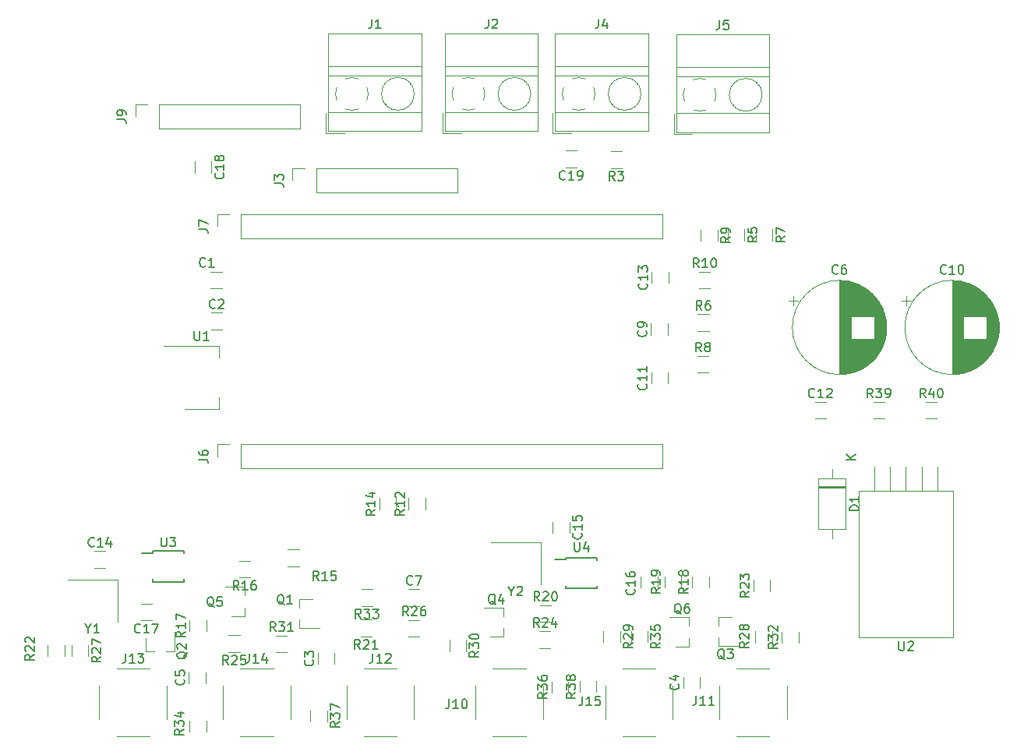
<source format=gbr>
G04 #@! TF.GenerationSoftware,KiCad,Pcbnew,(5.1.8)-1*
G04 #@! TF.CreationDate,2021-01-05T15:25:35+01:00*
G04 #@! TF.ProjectId,vfo-pcb,76666f2d-7063-4622-9e6b-696361645f70,rev?*
G04 #@! TF.SameCoordinates,Original*
G04 #@! TF.FileFunction,Legend,Top*
G04 #@! TF.FilePolarity,Positive*
%FSLAX46Y46*%
G04 Gerber Fmt 4.6, Leading zero omitted, Abs format (unit mm)*
G04 Created by KiCad (PCBNEW (5.1.8)-1) date 2021-01-05 15:25:35*
%MOMM*%
%LPD*%
G01*
G04 APERTURE LIST*
%ADD10C,0.120000*%
%ADD11C,0.150000*%
G04 APERTURE END LIST*
D10*
X104324564Y-65765000D02*
X103120436Y-65765000D01*
X104324564Y-67585000D02*
X103120436Y-67585000D01*
X145231000Y-102750000D02*
X134990000Y-102750000D01*
X145231000Y-118640000D02*
X134990000Y-118640000D01*
X145231000Y-118640000D02*
X145231000Y-102750000D01*
X134990000Y-118640000D02*
X134990000Y-102750000D01*
X143510000Y-102750000D02*
X143510000Y-100110000D01*
X141810000Y-102750000D02*
X141810000Y-100110000D01*
X140110000Y-102750000D02*
X140110000Y-100110000D01*
X138410000Y-102750000D02*
X138410000Y-100110000D01*
X136710000Y-102750000D02*
X136710000Y-100110000D01*
X142272936Y-93070000D02*
X143477064Y-93070000D01*
X142272936Y-94890000D02*
X143477064Y-94890000D01*
X136557936Y-93070000D02*
X137762064Y-93070000D01*
X136557936Y-94890000D02*
X137762064Y-94890000D01*
X133550000Y-101420000D02*
X130610000Y-101420000D01*
X130610000Y-101420000D02*
X130610000Y-106860000D01*
X130610000Y-106860000D02*
X133550000Y-106860000D01*
X133550000Y-106860000D02*
X133550000Y-101420000D01*
X132080000Y-100400000D02*
X132080000Y-101420000D01*
X132080000Y-107880000D02*
X132080000Y-106860000D01*
X133550000Y-102320000D02*
X130610000Y-102320000D01*
X133550000Y-102440000D02*
X130610000Y-102440000D01*
X133550000Y-102200000D02*
X130610000Y-102200000D01*
X150230000Y-84980000D02*
G75*
G03*
X150230000Y-84980000I-5120000J0D01*
G01*
X145110000Y-79900000D02*
X145110000Y-90060000D01*
X145150000Y-79900000D02*
X145150000Y-90060000D01*
X145190000Y-79900000D02*
X145190000Y-90060000D01*
X145230000Y-79901000D02*
X145230000Y-90059000D01*
X145270000Y-79902000D02*
X145270000Y-90058000D01*
X145310000Y-79903000D02*
X145310000Y-90057000D01*
X145350000Y-79905000D02*
X145350000Y-90055000D01*
X145390000Y-79907000D02*
X145390000Y-90053000D01*
X145430000Y-79910000D02*
X145430000Y-90050000D01*
X145470000Y-79912000D02*
X145470000Y-90048000D01*
X145510000Y-79915000D02*
X145510000Y-90045000D01*
X145550000Y-79918000D02*
X145550000Y-90042000D01*
X145590000Y-79922000D02*
X145590000Y-90038000D01*
X145630000Y-79926000D02*
X145630000Y-90034000D01*
X145670000Y-79930000D02*
X145670000Y-90030000D01*
X145710000Y-79935000D02*
X145710000Y-90025000D01*
X145750000Y-79940000D02*
X145750000Y-90020000D01*
X145790000Y-79945000D02*
X145790000Y-90015000D01*
X145831000Y-79950000D02*
X145831000Y-90010000D01*
X145871000Y-79956000D02*
X145871000Y-90004000D01*
X145911000Y-79962000D02*
X145911000Y-89998000D01*
X145951000Y-79969000D02*
X145951000Y-89991000D01*
X145991000Y-79976000D02*
X145991000Y-89984000D01*
X146031000Y-79983000D02*
X146031000Y-89977000D01*
X146071000Y-79990000D02*
X146071000Y-89970000D01*
X146111000Y-79998000D02*
X146111000Y-89962000D01*
X146151000Y-80006000D02*
X146151000Y-89954000D01*
X146191000Y-80015000D02*
X146191000Y-89945000D01*
X146231000Y-80024000D02*
X146231000Y-89936000D01*
X146271000Y-80033000D02*
X146271000Y-89927000D01*
X146311000Y-80042000D02*
X146311000Y-89918000D01*
X146351000Y-80052000D02*
X146351000Y-89908000D01*
X146391000Y-80062000D02*
X146391000Y-83739000D01*
X146391000Y-86221000D02*
X146391000Y-89898000D01*
X146431000Y-80073000D02*
X146431000Y-83739000D01*
X146431000Y-86221000D02*
X146431000Y-89887000D01*
X146471000Y-80083000D02*
X146471000Y-83739000D01*
X146471000Y-86221000D02*
X146471000Y-89877000D01*
X146511000Y-80095000D02*
X146511000Y-83739000D01*
X146511000Y-86221000D02*
X146511000Y-89865000D01*
X146551000Y-80106000D02*
X146551000Y-83739000D01*
X146551000Y-86221000D02*
X146551000Y-89854000D01*
X146591000Y-80118000D02*
X146591000Y-83739000D01*
X146591000Y-86221000D02*
X146591000Y-89842000D01*
X146631000Y-80130000D02*
X146631000Y-83739000D01*
X146631000Y-86221000D02*
X146631000Y-89830000D01*
X146671000Y-80143000D02*
X146671000Y-83739000D01*
X146671000Y-86221000D02*
X146671000Y-89817000D01*
X146711000Y-80156000D02*
X146711000Y-83739000D01*
X146711000Y-86221000D02*
X146711000Y-89804000D01*
X146751000Y-80169000D02*
X146751000Y-83739000D01*
X146751000Y-86221000D02*
X146751000Y-89791000D01*
X146791000Y-80183000D02*
X146791000Y-83739000D01*
X146791000Y-86221000D02*
X146791000Y-89777000D01*
X146831000Y-80197000D02*
X146831000Y-83739000D01*
X146831000Y-86221000D02*
X146831000Y-89763000D01*
X146871000Y-80212000D02*
X146871000Y-83739000D01*
X146871000Y-86221000D02*
X146871000Y-89748000D01*
X146911000Y-80226000D02*
X146911000Y-83739000D01*
X146911000Y-86221000D02*
X146911000Y-89734000D01*
X146951000Y-80242000D02*
X146951000Y-83739000D01*
X146951000Y-86221000D02*
X146951000Y-89718000D01*
X146991000Y-80257000D02*
X146991000Y-83739000D01*
X146991000Y-86221000D02*
X146991000Y-89703000D01*
X147031000Y-80273000D02*
X147031000Y-83739000D01*
X147031000Y-86221000D02*
X147031000Y-89687000D01*
X147071000Y-80290000D02*
X147071000Y-83739000D01*
X147071000Y-86221000D02*
X147071000Y-89670000D01*
X147111000Y-80306000D02*
X147111000Y-83739000D01*
X147111000Y-86221000D02*
X147111000Y-89654000D01*
X147151000Y-80323000D02*
X147151000Y-83739000D01*
X147151000Y-86221000D02*
X147151000Y-89637000D01*
X147191000Y-80341000D02*
X147191000Y-83739000D01*
X147191000Y-86221000D02*
X147191000Y-89619000D01*
X147231000Y-80359000D02*
X147231000Y-83739000D01*
X147231000Y-86221000D02*
X147231000Y-89601000D01*
X147271000Y-80377000D02*
X147271000Y-83739000D01*
X147271000Y-86221000D02*
X147271000Y-89583000D01*
X147311000Y-80396000D02*
X147311000Y-83739000D01*
X147311000Y-86221000D02*
X147311000Y-89564000D01*
X147351000Y-80416000D02*
X147351000Y-83739000D01*
X147351000Y-86221000D02*
X147351000Y-89544000D01*
X147391000Y-80435000D02*
X147391000Y-83739000D01*
X147391000Y-86221000D02*
X147391000Y-89525000D01*
X147431000Y-80455000D02*
X147431000Y-83739000D01*
X147431000Y-86221000D02*
X147431000Y-89505000D01*
X147471000Y-80476000D02*
X147471000Y-83739000D01*
X147471000Y-86221000D02*
X147471000Y-89484000D01*
X147511000Y-80497000D02*
X147511000Y-83739000D01*
X147511000Y-86221000D02*
X147511000Y-89463000D01*
X147551000Y-80518000D02*
X147551000Y-83739000D01*
X147551000Y-86221000D02*
X147551000Y-89442000D01*
X147591000Y-80540000D02*
X147591000Y-83739000D01*
X147591000Y-86221000D02*
X147591000Y-89420000D01*
X147631000Y-80563000D02*
X147631000Y-83739000D01*
X147631000Y-86221000D02*
X147631000Y-89397000D01*
X147671000Y-80585000D02*
X147671000Y-83739000D01*
X147671000Y-86221000D02*
X147671000Y-89375000D01*
X147711000Y-80609000D02*
X147711000Y-83739000D01*
X147711000Y-86221000D02*
X147711000Y-89351000D01*
X147751000Y-80633000D02*
X147751000Y-83739000D01*
X147751000Y-86221000D02*
X147751000Y-89327000D01*
X147791000Y-80657000D02*
X147791000Y-83739000D01*
X147791000Y-86221000D02*
X147791000Y-89303000D01*
X147831000Y-80682000D02*
X147831000Y-83739000D01*
X147831000Y-86221000D02*
X147831000Y-89278000D01*
X147871000Y-80707000D02*
X147871000Y-83739000D01*
X147871000Y-86221000D02*
X147871000Y-89253000D01*
X147911000Y-80733000D02*
X147911000Y-83739000D01*
X147911000Y-86221000D02*
X147911000Y-89227000D01*
X147951000Y-80759000D02*
X147951000Y-83739000D01*
X147951000Y-86221000D02*
X147951000Y-89201000D01*
X147991000Y-80786000D02*
X147991000Y-83739000D01*
X147991000Y-86221000D02*
X147991000Y-89174000D01*
X148031000Y-80814000D02*
X148031000Y-83739000D01*
X148031000Y-86221000D02*
X148031000Y-89146000D01*
X148071000Y-80842000D02*
X148071000Y-83739000D01*
X148071000Y-86221000D02*
X148071000Y-89118000D01*
X148111000Y-80870000D02*
X148111000Y-83739000D01*
X148111000Y-86221000D02*
X148111000Y-89090000D01*
X148151000Y-80900000D02*
X148151000Y-83739000D01*
X148151000Y-86221000D02*
X148151000Y-89060000D01*
X148191000Y-80930000D02*
X148191000Y-83739000D01*
X148191000Y-86221000D02*
X148191000Y-89030000D01*
X148231000Y-80960000D02*
X148231000Y-83739000D01*
X148231000Y-86221000D02*
X148231000Y-89000000D01*
X148271000Y-80991000D02*
X148271000Y-83739000D01*
X148271000Y-86221000D02*
X148271000Y-88969000D01*
X148311000Y-81023000D02*
X148311000Y-83739000D01*
X148311000Y-86221000D02*
X148311000Y-88937000D01*
X148351000Y-81055000D02*
X148351000Y-83739000D01*
X148351000Y-86221000D02*
X148351000Y-88905000D01*
X148391000Y-81088000D02*
X148391000Y-83739000D01*
X148391000Y-86221000D02*
X148391000Y-88872000D01*
X148431000Y-81122000D02*
X148431000Y-83739000D01*
X148431000Y-86221000D02*
X148431000Y-88838000D01*
X148471000Y-81156000D02*
X148471000Y-83739000D01*
X148471000Y-86221000D02*
X148471000Y-88804000D01*
X148511000Y-81191000D02*
X148511000Y-83739000D01*
X148511000Y-86221000D02*
X148511000Y-88769000D01*
X148551000Y-81227000D02*
X148551000Y-83739000D01*
X148551000Y-86221000D02*
X148551000Y-88733000D01*
X148591000Y-81264000D02*
X148591000Y-83739000D01*
X148591000Y-86221000D02*
X148591000Y-88696000D01*
X148631000Y-81301000D02*
X148631000Y-83739000D01*
X148631000Y-86221000D02*
X148631000Y-88659000D01*
X148671000Y-81340000D02*
X148671000Y-83739000D01*
X148671000Y-86221000D02*
X148671000Y-88620000D01*
X148711000Y-81379000D02*
X148711000Y-83739000D01*
X148711000Y-86221000D02*
X148711000Y-88581000D01*
X148751000Y-81419000D02*
X148751000Y-83739000D01*
X148751000Y-86221000D02*
X148751000Y-88541000D01*
X148791000Y-81460000D02*
X148791000Y-83739000D01*
X148791000Y-86221000D02*
X148791000Y-88500000D01*
X148831000Y-81502000D02*
X148831000Y-83739000D01*
X148831000Y-86221000D02*
X148831000Y-88458000D01*
X148871000Y-81544000D02*
X148871000Y-88416000D01*
X148911000Y-81588000D02*
X148911000Y-88372000D01*
X148951000Y-81633000D02*
X148951000Y-88327000D01*
X148991000Y-81679000D02*
X148991000Y-88281000D01*
X149031000Y-81726000D02*
X149031000Y-88234000D01*
X149071000Y-81774000D02*
X149071000Y-88186000D01*
X149111000Y-81824000D02*
X149111000Y-88136000D01*
X149151000Y-81874000D02*
X149151000Y-88086000D01*
X149191000Y-81926000D02*
X149191000Y-88034000D01*
X149231000Y-81980000D02*
X149231000Y-87980000D01*
X149271000Y-82035000D02*
X149271000Y-87925000D01*
X149311000Y-82091000D02*
X149311000Y-87869000D01*
X149351000Y-82150000D02*
X149351000Y-87810000D01*
X149391000Y-82210000D02*
X149391000Y-87750000D01*
X149431000Y-82271000D02*
X149431000Y-87689000D01*
X149471000Y-82335000D02*
X149471000Y-87625000D01*
X149511000Y-82401000D02*
X149511000Y-87559000D01*
X149551000Y-82470000D02*
X149551000Y-87490000D01*
X149591000Y-82541000D02*
X149591000Y-87419000D01*
X149631000Y-82615000D02*
X149631000Y-87345000D01*
X149671000Y-82691000D02*
X149671000Y-87269000D01*
X149711000Y-82771000D02*
X149711000Y-87189000D01*
X149751000Y-82855000D02*
X149751000Y-87105000D01*
X149791000Y-82943000D02*
X149791000Y-87017000D01*
X149831000Y-83036000D02*
X149831000Y-86924000D01*
X149871000Y-83134000D02*
X149871000Y-86826000D01*
X149911000Y-83238000D02*
X149911000Y-86722000D01*
X149951000Y-83350000D02*
X149951000Y-86610000D01*
X149991000Y-83470000D02*
X149991000Y-86490000D01*
X150031000Y-83602000D02*
X150031000Y-86358000D01*
X150071000Y-83750000D02*
X150071000Y-86210000D01*
X150111000Y-83918000D02*
X150111000Y-86042000D01*
X150151000Y-84118000D02*
X150151000Y-85842000D01*
X150191000Y-84381000D02*
X150191000Y-85579000D01*
X139630354Y-82105000D02*
X140630354Y-82105000D01*
X140130354Y-81605000D02*
X140130354Y-82605000D01*
X138010000Y-84980000D02*
G75*
G03*
X138010000Y-84980000I-5120000J0D01*
G01*
X132890000Y-79900000D02*
X132890000Y-90060000D01*
X132930000Y-79900000D02*
X132930000Y-90060000D01*
X132970000Y-79900000D02*
X132970000Y-90060000D01*
X133010000Y-79901000D02*
X133010000Y-90059000D01*
X133050000Y-79902000D02*
X133050000Y-90058000D01*
X133090000Y-79903000D02*
X133090000Y-90057000D01*
X133130000Y-79905000D02*
X133130000Y-90055000D01*
X133170000Y-79907000D02*
X133170000Y-90053000D01*
X133210000Y-79910000D02*
X133210000Y-90050000D01*
X133250000Y-79912000D02*
X133250000Y-90048000D01*
X133290000Y-79915000D02*
X133290000Y-90045000D01*
X133330000Y-79918000D02*
X133330000Y-90042000D01*
X133370000Y-79922000D02*
X133370000Y-90038000D01*
X133410000Y-79926000D02*
X133410000Y-90034000D01*
X133450000Y-79930000D02*
X133450000Y-90030000D01*
X133490000Y-79935000D02*
X133490000Y-90025000D01*
X133530000Y-79940000D02*
X133530000Y-90020000D01*
X133570000Y-79945000D02*
X133570000Y-90015000D01*
X133611000Y-79950000D02*
X133611000Y-90010000D01*
X133651000Y-79956000D02*
X133651000Y-90004000D01*
X133691000Y-79962000D02*
X133691000Y-89998000D01*
X133731000Y-79969000D02*
X133731000Y-89991000D01*
X133771000Y-79976000D02*
X133771000Y-89984000D01*
X133811000Y-79983000D02*
X133811000Y-89977000D01*
X133851000Y-79990000D02*
X133851000Y-89970000D01*
X133891000Y-79998000D02*
X133891000Y-89962000D01*
X133931000Y-80006000D02*
X133931000Y-89954000D01*
X133971000Y-80015000D02*
X133971000Y-89945000D01*
X134011000Y-80024000D02*
X134011000Y-89936000D01*
X134051000Y-80033000D02*
X134051000Y-89927000D01*
X134091000Y-80042000D02*
X134091000Y-89918000D01*
X134131000Y-80052000D02*
X134131000Y-89908000D01*
X134171000Y-80062000D02*
X134171000Y-83739000D01*
X134171000Y-86221000D02*
X134171000Y-89898000D01*
X134211000Y-80073000D02*
X134211000Y-83739000D01*
X134211000Y-86221000D02*
X134211000Y-89887000D01*
X134251000Y-80083000D02*
X134251000Y-83739000D01*
X134251000Y-86221000D02*
X134251000Y-89877000D01*
X134291000Y-80095000D02*
X134291000Y-83739000D01*
X134291000Y-86221000D02*
X134291000Y-89865000D01*
X134331000Y-80106000D02*
X134331000Y-83739000D01*
X134331000Y-86221000D02*
X134331000Y-89854000D01*
X134371000Y-80118000D02*
X134371000Y-83739000D01*
X134371000Y-86221000D02*
X134371000Y-89842000D01*
X134411000Y-80130000D02*
X134411000Y-83739000D01*
X134411000Y-86221000D02*
X134411000Y-89830000D01*
X134451000Y-80143000D02*
X134451000Y-83739000D01*
X134451000Y-86221000D02*
X134451000Y-89817000D01*
X134491000Y-80156000D02*
X134491000Y-83739000D01*
X134491000Y-86221000D02*
X134491000Y-89804000D01*
X134531000Y-80169000D02*
X134531000Y-83739000D01*
X134531000Y-86221000D02*
X134531000Y-89791000D01*
X134571000Y-80183000D02*
X134571000Y-83739000D01*
X134571000Y-86221000D02*
X134571000Y-89777000D01*
X134611000Y-80197000D02*
X134611000Y-83739000D01*
X134611000Y-86221000D02*
X134611000Y-89763000D01*
X134651000Y-80212000D02*
X134651000Y-83739000D01*
X134651000Y-86221000D02*
X134651000Y-89748000D01*
X134691000Y-80226000D02*
X134691000Y-83739000D01*
X134691000Y-86221000D02*
X134691000Y-89734000D01*
X134731000Y-80242000D02*
X134731000Y-83739000D01*
X134731000Y-86221000D02*
X134731000Y-89718000D01*
X134771000Y-80257000D02*
X134771000Y-83739000D01*
X134771000Y-86221000D02*
X134771000Y-89703000D01*
X134811000Y-80273000D02*
X134811000Y-83739000D01*
X134811000Y-86221000D02*
X134811000Y-89687000D01*
X134851000Y-80290000D02*
X134851000Y-83739000D01*
X134851000Y-86221000D02*
X134851000Y-89670000D01*
X134891000Y-80306000D02*
X134891000Y-83739000D01*
X134891000Y-86221000D02*
X134891000Y-89654000D01*
X134931000Y-80323000D02*
X134931000Y-83739000D01*
X134931000Y-86221000D02*
X134931000Y-89637000D01*
X134971000Y-80341000D02*
X134971000Y-83739000D01*
X134971000Y-86221000D02*
X134971000Y-89619000D01*
X135011000Y-80359000D02*
X135011000Y-83739000D01*
X135011000Y-86221000D02*
X135011000Y-89601000D01*
X135051000Y-80377000D02*
X135051000Y-83739000D01*
X135051000Y-86221000D02*
X135051000Y-89583000D01*
X135091000Y-80396000D02*
X135091000Y-83739000D01*
X135091000Y-86221000D02*
X135091000Y-89564000D01*
X135131000Y-80416000D02*
X135131000Y-83739000D01*
X135131000Y-86221000D02*
X135131000Y-89544000D01*
X135171000Y-80435000D02*
X135171000Y-83739000D01*
X135171000Y-86221000D02*
X135171000Y-89525000D01*
X135211000Y-80455000D02*
X135211000Y-83739000D01*
X135211000Y-86221000D02*
X135211000Y-89505000D01*
X135251000Y-80476000D02*
X135251000Y-83739000D01*
X135251000Y-86221000D02*
X135251000Y-89484000D01*
X135291000Y-80497000D02*
X135291000Y-83739000D01*
X135291000Y-86221000D02*
X135291000Y-89463000D01*
X135331000Y-80518000D02*
X135331000Y-83739000D01*
X135331000Y-86221000D02*
X135331000Y-89442000D01*
X135371000Y-80540000D02*
X135371000Y-83739000D01*
X135371000Y-86221000D02*
X135371000Y-89420000D01*
X135411000Y-80563000D02*
X135411000Y-83739000D01*
X135411000Y-86221000D02*
X135411000Y-89397000D01*
X135451000Y-80585000D02*
X135451000Y-83739000D01*
X135451000Y-86221000D02*
X135451000Y-89375000D01*
X135491000Y-80609000D02*
X135491000Y-83739000D01*
X135491000Y-86221000D02*
X135491000Y-89351000D01*
X135531000Y-80633000D02*
X135531000Y-83739000D01*
X135531000Y-86221000D02*
X135531000Y-89327000D01*
X135571000Y-80657000D02*
X135571000Y-83739000D01*
X135571000Y-86221000D02*
X135571000Y-89303000D01*
X135611000Y-80682000D02*
X135611000Y-83739000D01*
X135611000Y-86221000D02*
X135611000Y-89278000D01*
X135651000Y-80707000D02*
X135651000Y-83739000D01*
X135651000Y-86221000D02*
X135651000Y-89253000D01*
X135691000Y-80733000D02*
X135691000Y-83739000D01*
X135691000Y-86221000D02*
X135691000Y-89227000D01*
X135731000Y-80759000D02*
X135731000Y-83739000D01*
X135731000Y-86221000D02*
X135731000Y-89201000D01*
X135771000Y-80786000D02*
X135771000Y-83739000D01*
X135771000Y-86221000D02*
X135771000Y-89174000D01*
X135811000Y-80814000D02*
X135811000Y-83739000D01*
X135811000Y-86221000D02*
X135811000Y-89146000D01*
X135851000Y-80842000D02*
X135851000Y-83739000D01*
X135851000Y-86221000D02*
X135851000Y-89118000D01*
X135891000Y-80870000D02*
X135891000Y-83739000D01*
X135891000Y-86221000D02*
X135891000Y-89090000D01*
X135931000Y-80900000D02*
X135931000Y-83739000D01*
X135931000Y-86221000D02*
X135931000Y-89060000D01*
X135971000Y-80930000D02*
X135971000Y-83739000D01*
X135971000Y-86221000D02*
X135971000Y-89030000D01*
X136011000Y-80960000D02*
X136011000Y-83739000D01*
X136011000Y-86221000D02*
X136011000Y-89000000D01*
X136051000Y-80991000D02*
X136051000Y-83739000D01*
X136051000Y-86221000D02*
X136051000Y-88969000D01*
X136091000Y-81023000D02*
X136091000Y-83739000D01*
X136091000Y-86221000D02*
X136091000Y-88937000D01*
X136131000Y-81055000D02*
X136131000Y-83739000D01*
X136131000Y-86221000D02*
X136131000Y-88905000D01*
X136171000Y-81088000D02*
X136171000Y-83739000D01*
X136171000Y-86221000D02*
X136171000Y-88872000D01*
X136211000Y-81122000D02*
X136211000Y-83739000D01*
X136211000Y-86221000D02*
X136211000Y-88838000D01*
X136251000Y-81156000D02*
X136251000Y-83739000D01*
X136251000Y-86221000D02*
X136251000Y-88804000D01*
X136291000Y-81191000D02*
X136291000Y-83739000D01*
X136291000Y-86221000D02*
X136291000Y-88769000D01*
X136331000Y-81227000D02*
X136331000Y-83739000D01*
X136331000Y-86221000D02*
X136331000Y-88733000D01*
X136371000Y-81264000D02*
X136371000Y-83739000D01*
X136371000Y-86221000D02*
X136371000Y-88696000D01*
X136411000Y-81301000D02*
X136411000Y-83739000D01*
X136411000Y-86221000D02*
X136411000Y-88659000D01*
X136451000Y-81340000D02*
X136451000Y-83739000D01*
X136451000Y-86221000D02*
X136451000Y-88620000D01*
X136491000Y-81379000D02*
X136491000Y-83739000D01*
X136491000Y-86221000D02*
X136491000Y-88581000D01*
X136531000Y-81419000D02*
X136531000Y-83739000D01*
X136531000Y-86221000D02*
X136531000Y-88541000D01*
X136571000Y-81460000D02*
X136571000Y-83739000D01*
X136571000Y-86221000D02*
X136571000Y-88500000D01*
X136611000Y-81502000D02*
X136611000Y-83739000D01*
X136611000Y-86221000D02*
X136611000Y-88458000D01*
X136651000Y-81544000D02*
X136651000Y-88416000D01*
X136691000Y-81588000D02*
X136691000Y-88372000D01*
X136731000Y-81633000D02*
X136731000Y-88327000D01*
X136771000Y-81679000D02*
X136771000Y-88281000D01*
X136811000Y-81726000D02*
X136811000Y-88234000D01*
X136851000Y-81774000D02*
X136851000Y-88186000D01*
X136891000Y-81824000D02*
X136891000Y-88136000D01*
X136931000Y-81874000D02*
X136931000Y-88086000D01*
X136971000Y-81926000D02*
X136971000Y-88034000D01*
X137011000Y-81980000D02*
X137011000Y-87980000D01*
X137051000Y-82035000D02*
X137051000Y-87925000D01*
X137091000Y-82091000D02*
X137091000Y-87869000D01*
X137131000Y-82150000D02*
X137131000Y-87810000D01*
X137171000Y-82210000D02*
X137171000Y-87750000D01*
X137211000Y-82271000D02*
X137211000Y-87689000D01*
X137251000Y-82335000D02*
X137251000Y-87625000D01*
X137291000Y-82401000D02*
X137291000Y-87559000D01*
X137331000Y-82470000D02*
X137331000Y-87490000D01*
X137371000Y-82541000D02*
X137371000Y-87419000D01*
X137411000Y-82615000D02*
X137411000Y-87345000D01*
X137451000Y-82691000D02*
X137451000Y-87269000D01*
X137491000Y-82771000D02*
X137491000Y-87189000D01*
X137531000Y-82855000D02*
X137531000Y-87105000D01*
X137571000Y-82943000D02*
X137571000Y-87017000D01*
X137611000Y-83036000D02*
X137611000Y-86924000D01*
X137651000Y-83134000D02*
X137651000Y-86826000D01*
X137691000Y-83238000D02*
X137691000Y-86722000D01*
X137731000Y-83350000D02*
X137731000Y-86610000D01*
X137771000Y-83470000D02*
X137771000Y-86490000D01*
X137811000Y-83602000D02*
X137811000Y-86358000D01*
X137851000Y-83750000D02*
X137851000Y-86210000D01*
X137891000Y-83918000D02*
X137891000Y-86042000D01*
X137931000Y-84118000D02*
X137931000Y-85842000D01*
X137971000Y-84381000D02*
X137971000Y-85579000D01*
X127410354Y-82105000D02*
X128410354Y-82105000D01*
X127910354Y-81605000D02*
X127910354Y-82605000D01*
X64664000Y-66961936D02*
X64664000Y-68166064D01*
X62844000Y-66961936D02*
X62844000Y-68166064D01*
X77210000Y-126597936D02*
X77210000Y-127802064D01*
X75390000Y-126597936D02*
X75390000Y-127802064D01*
X64085000Y-127722936D02*
X64085000Y-128927064D01*
X62265000Y-127722936D02*
X62265000Y-128927064D01*
X82152064Y-115235000D02*
X80947936Y-115235000D01*
X82152064Y-113415000D02*
X80947936Y-113415000D01*
X67727064Y-120260000D02*
X66522936Y-120260000D01*
X67727064Y-118440000D02*
X66522936Y-118440000D01*
X48685000Y-119497936D02*
X48685000Y-120702064D01*
X46865000Y-119497936D02*
X46865000Y-120702064D01*
X82052064Y-118560000D02*
X80847936Y-118560000D01*
X82052064Y-116740000D02*
X80847936Y-116740000D01*
X104665000Y-124627064D02*
X104665000Y-123422936D01*
X106485000Y-124627064D02*
X106485000Y-123422936D01*
X101590000Y-124652064D02*
X101590000Y-123447936D01*
X103410000Y-124652064D02*
X103410000Y-123447936D01*
X109060000Y-117972936D02*
X109060000Y-119177064D01*
X107240000Y-117972936D02*
X107240000Y-119177064D01*
X100297936Y-117990000D02*
X101502064Y-117990000D01*
X100297936Y-119810000D02*
X101502064Y-119810000D01*
X126615000Y-119252064D02*
X126615000Y-118047936D01*
X128435000Y-119252064D02*
X128435000Y-118047936D01*
X123550000Y-113632064D02*
X123550000Y-112427936D01*
X125370000Y-113632064D02*
X125370000Y-112427936D01*
X71672936Y-118465000D02*
X72877064Y-118465000D01*
X71672936Y-120285000D02*
X72877064Y-120285000D01*
X116563680Y-119636660D02*
X116563680Y-118706660D01*
X116563680Y-116476660D02*
X116563680Y-117406660D01*
X116563680Y-116476660D02*
X114403680Y-116476660D01*
X116563680Y-119636660D02*
X115103680Y-119636660D01*
X96383380Y-118613040D02*
X96383380Y-117683040D01*
X96383380Y-115453040D02*
X96383380Y-116383040D01*
X96383380Y-115453040D02*
X94223380Y-115453040D01*
X96383380Y-118613040D02*
X94923380Y-118613040D01*
X119752840Y-116420780D02*
X119752840Y-117350780D01*
X119752840Y-119580780D02*
X119752840Y-118650780D01*
X119752840Y-119580780D02*
X121912840Y-119580780D01*
X119752840Y-116420780D02*
X121212840Y-116420780D01*
X68296060Y-116342280D02*
X68296060Y-115412280D01*
X68296060Y-113182280D02*
X68296060Y-114112280D01*
X68296060Y-113182280D02*
X66136060Y-113182280D01*
X68296060Y-116342280D02*
X66836060Y-116342280D01*
X57490240Y-120221280D02*
X58420240Y-120221280D01*
X60650240Y-120221280D02*
X59720240Y-120221280D01*
X60650240Y-120221280D02*
X60650240Y-118061280D01*
X57490240Y-120221280D02*
X57490240Y-118761280D01*
X74203020Y-114518320D02*
X74203020Y-115448320D01*
X74203020Y-117678320D02*
X74203020Y-116748320D01*
X74203020Y-117678320D02*
X76363020Y-117678320D01*
X74203020Y-114518320D02*
X75663020Y-114518320D01*
X86055116Y-113415400D02*
X87259244Y-113415400D01*
X86055116Y-115235400D02*
X87259244Y-115235400D01*
X76215000Y-121552064D02*
X76215000Y-120347936D01*
X78035000Y-121552064D02*
X78035000Y-120347936D01*
X58173704Y-116825440D02*
X56969576Y-116825440D01*
X58173704Y-115005440D02*
X56969576Y-115005440D01*
X112060400Y-117982916D02*
X112060400Y-119187044D01*
X110240400Y-117982916D02*
X110240400Y-119187044D01*
X92329680Y-118953196D02*
X92329680Y-120157324D01*
X90509680Y-118953196D02*
X90509680Y-120157324D01*
X125570660Y-118013396D02*
X125570660Y-119217524D01*
X123750660Y-118013396D02*
X123750660Y-119217524D01*
X100347696Y-115150220D02*
X101551824Y-115150220D01*
X100347696Y-116970220D02*
X101551824Y-116970220D01*
X113895460Y-113235824D02*
X113895460Y-112031696D01*
X115715460Y-113235824D02*
X115715460Y-112031696D01*
X116910440Y-113256144D02*
X116910440Y-112052016D01*
X118730440Y-113256144D02*
X118730440Y-112052016D01*
X56383880Y-62047120D02*
X56383880Y-60717120D01*
X56383880Y-60717120D02*
X57713880Y-60717120D01*
X58983880Y-60717120D02*
X74283880Y-60717120D01*
X74283880Y-63377120D02*
X74283880Y-60717120D01*
X58983880Y-63377120D02*
X74283880Y-63377120D01*
X58983880Y-63377120D02*
X58983880Y-60717120D01*
D11*
X58289320Y-109256960D02*
X58289320Y-109481960D01*
X61639320Y-109256960D02*
X61639320Y-109556960D01*
X61639320Y-112606960D02*
X61639320Y-112306960D01*
X58289320Y-112606960D02*
X58289320Y-112306960D01*
X58289320Y-109256960D02*
X61639320Y-109256960D01*
X58289320Y-112606960D02*
X61639320Y-112606960D01*
X58289320Y-109481960D02*
X57064320Y-109481960D01*
D10*
X130207936Y-93070000D02*
X131412064Y-93070000D01*
X130207936Y-94890000D02*
X131412064Y-94890000D01*
X67873880Y-100313800D02*
X67873880Y-97653800D01*
X67873880Y-100313800D02*
X113653880Y-100313800D01*
X113653880Y-100313800D02*
X113653880Y-97653800D01*
X67873880Y-97653800D02*
X113653880Y-97653800D01*
X65273880Y-97653800D02*
X66603880Y-97653800D01*
X65273880Y-98983800D02*
X65273880Y-97653800D01*
X65273880Y-73983800D02*
X65273880Y-72653800D01*
X65273880Y-72653800D02*
X66603880Y-72653800D01*
X67873880Y-72653800D02*
X113653880Y-72653800D01*
X113653880Y-75313800D02*
X113653880Y-72653800D01*
X67873880Y-75313800D02*
X113653880Y-75313800D01*
X67873880Y-75313800D02*
X67873880Y-72653800D01*
X101746400Y-63898560D02*
X103746400Y-63898560D01*
X101746400Y-61658560D02*
X101746400Y-63898560D01*
X108246400Y-60681560D02*
X108196400Y-60731560D01*
X110679400Y-58248560D02*
X110654400Y-58272560D01*
X108438400Y-60923560D02*
X108414400Y-60948560D01*
X110896400Y-58465560D02*
X110847400Y-58515560D01*
X112106400Y-53038560D02*
X112106400Y-63658560D01*
X101986400Y-53038560D02*
X101986400Y-63658560D01*
X101986400Y-63658560D02*
X112106400Y-63658560D01*
X101986400Y-53038560D02*
X112106400Y-53038560D01*
X101986400Y-56598560D02*
X112106400Y-56598560D01*
X101986400Y-57598560D02*
X112106400Y-57598560D01*
X101986400Y-61598560D02*
X112106400Y-61598560D01*
X111326400Y-59598560D02*
G75*
G03*
X111326400Y-59598560I-1780000J0D01*
G01*
X105241901Y-61237059D02*
G75*
G02*
X104546400Y-61378560I-695501J1638499D01*
G01*
X106185605Y-58903044D02*
G75*
G02*
X106185400Y-60294560I-1639205J-695516D01*
G01*
X103850884Y-57959355D02*
G75*
G02*
X105242400Y-57959560I695516J-1639205D01*
G01*
X102907195Y-60294076D02*
G75*
G02*
X102907400Y-58902560I1639205J695516D01*
G01*
X104577214Y-61378949D02*
G75*
G02*
X103850400Y-61237560I-30814J1780389D01*
G01*
X86688400Y-59598560D02*
G75*
G03*
X86688400Y-59598560I-1780000J0D01*
G01*
X77348400Y-61598560D02*
X87468400Y-61598560D01*
X77348400Y-57598560D02*
X87468400Y-57598560D01*
X77348400Y-56598560D02*
X87468400Y-56598560D01*
X77348400Y-53038560D02*
X87468400Y-53038560D01*
X77348400Y-63658560D02*
X87468400Y-63658560D01*
X77348400Y-53038560D02*
X77348400Y-63658560D01*
X87468400Y-53038560D02*
X87468400Y-63658560D01*
X86258400Y-58465560D02*
X86209400Y-58515560D01*
X83800400Y-60923560D02*
X83776400Y-60948560D01*
X86041400Y-58248560D02*
X86016400Y-58272560D01*
X83608400Y-60681560D02*
X83558400Y-60731560D01*
X77108400Y-61658560D02*
X77108400Y-63898560D01*
X77108400Y-63898560D02*
X79108400Y-63898560D01*
X79939214Y-61378949D02*
G75*
G02*
X79212400Y-61237560I-30814J1780389D01*
G01*
X78269195Y-60294076D02*
G75*
G02*
X78269400Y-58902560I1639205J695516D01*
G01*
X79212884Y-57959355D02*
G75*
G02*
X80604400Y-57959560I695516J-1639205D01*
G01*
X81547605Y-58903044D02*
G75*
G02*
X81547400Y-60294560I-1639205J-695516D01*
G01*
X80603901Y-61237059D02*
G75*
G02*
X79908400Y-61378560I-695501J1638499D01*
G01*
X99352840Y-59598560D02*
G75*
G03*
X99352840Y-59598560I-1780000J0D01*
G01*
X90012840Y-61598560D02*
X100132840Y-61598560D01*
X90012840Y-57598560D02*
X100132840Y-57598560D01*
X90012840Y-56598560D02*
X100132840Y-56598560D01*
X90012840Y-53038560D02*
X100132840Y-53038560D01*
X90012840Y-63658560D02*
X100132840Y-63658560D01*
X90012840Y-53038560D02*
X90012840Y-63658560D01*
X100132840Y-53038560D02*
X100132840Y-63658560D01*
X98922840Y-58465560D02*
X98873840Y-58515560D01*
X96464840Y-60923560D02*
X96440840Y-60948560D01*
X98705840Y-58248560D02*
X98680840Y-58272560D01*
X96272840Y-60681560D02*
X96222840Y-60731560D01*
X89772840Y-61658560D02*
X89772840Y-63898560D01*
X89772840Y-63898560D02*
X91772840Y-63898560D01*
X92603654Y-61378949D02*
G75*
G02*
X91876840Y-61237560I-30814J1780389D01*
G01*
X90933635Y-60294076D02*
G75*
G02*
X90933840Y-58902560I1639205J695516D01*
G01*
X91877324Y-57959355D02*
G75*
G02*
X93268840Y-57959560I695516J-1639205D01*
G01*
X94212045Y-58903044D02*
G75*
G02*
X94211840Y-60294560I-1639205J-695516D01*
G01*
X93268341Y-61237059D02*
G75*
G02*
X92572840Y-61378560I-695501J1638499D01*
G01*
X114898520Y-64000160D02*
X116898520Y-64000160D01*
X114898520Y-61760160D02*
X114898520Y-64000160D01*
X121398520Y-60783160D02*
X121348520Y-60833160D01*
X123831520Y-58350160D02*
X123806520Y-58374160D01*
X121590520Y-61025160D02*
X121566520Y-61050160D01*
X124048520Y-58567160D02*
X123999520Y-58617160D01*
X125258520Y-53140160D02*
X125258520Y-63760160D01*
X115138520Y-53140160D02*
X115138520Y-63760160D01*
X115138520Y-63760160D02*
X125258520Y-63760160D01*
X115138520Y-53140160D02*
X125258520Y-53140160D01*
X115138520Y-56700160D02*
X125258520Y-56700160D01*
X115138520Y-57700160D02*
X125258520Y-57700160D01*
X115138520Y-61700160D02*
X125258520Y-61700160D01*
X124478520Y-59700160D02*
G75*
G03*
X124478520Y-59700160I-1780000J0D01*
G01*
X118394021Y-61338659D02*
G75*
G02*
X117698520Y-61480160I-695501J1638499D01*
G01*
X119337725Y-59004644D02*
G75*
G02*
X119337520Y-60396160I-1639205J-695516D01*
G01*
X117003004Y-58060955D02*
G75*
G02*
X118394520Y-58061160I695516J-1639205D01*
G01*
X116059315Y-60395676D02*
G75*
G02*
X116059520Y-59004160I1639205J695516D01*
G01*
X117729334Y-61480549D02*
G75*
G02*
X117002520Y-61339160I-30814J1780389D01*
G01*
X73462840Y-68991480D02*
X73462840Y-67661480D01*
X73462840Y-67661480D02*
X74792840Y-67661480D01*
X76062840Y-67661480D02*
X91362840Y-67661480D01*
X91362840Y-70321480D02*
X91362840Y-67661480D01*
X76062840Y-70321480D02*
X91362840Y-70321480D01*
X76062840Y-70321480D02*
X76062840Y-67661480D01*
X120756000Y-74327936D02*
X120756000Y-75532064D01*
X122576000Y-74327936D02*
X122576000Y-75532064D01*
X123804000Y-74327936D02*
X123804000Y-75532064D01*
X125624000Y-74327936D02*
X125624000Y-75532064D01*
X119644000Y-74367936D02*
X119644000Y-75572064D01*
X117824000Y-74367936D02*
X117824000Y-75572064D01*
X109237864Y-65831040D02*
X108033736Y-65831040D01*
X109237864Y-67651040D02*
X108033736Y-67651040D01*
X117492696Y-85354840D02*
X118696824Y-85354840D01*
X117492696Y-83534840D02*
X118696824Y-83534840D01*
X117446976Y-88081440D02*
X118651104Y-88081440D01*
X117446976Y-89901440D02*
X118651104Y-89901440D01*
X117645096Y-80737120D02*
X118849224Y-80737120D01*
X117645096Y-78917120D02*
X118849224Y-78917120D01*
X114239720Y-85773344D02*
X114239720Y-84569216D01*
X112419720Y-85773344D02*
X112419720Y-84569216D01*
X112429880Y-91081944D02*
X112429880Y-89877816D01*
X114249880Y-91081944D02*
X114249880Y-89877816D01*
X114315920Y-80175184D02*
X114315920Y-78971056D01*
X112495920Y-80175184D02*
X112495920Y-78971056D01*
X103541240Y-106088096D02*
X103541240Y-107292224D01*
X101721240Y-106088096D02*
X101721240Y-107292224D01*
X51945456Y-111085040D02*
X53149584Y-111085040D01*
X51945456Y-109265040D02*
X53149584Y-109265040D01*
X121689720Y-122032220D02*
X125289720Y-122032220D01*
X121689720Y-129392220D02*
X125289720Y-129392220D01*
X127169720Y-123912220D02*
X127169720Y-127512220D01*
X119809720Y-123912220D02*
X119809720Y-127512220D01*
X109314840Y-122032220D02*
X112914840Y-122032220D01*
X109314840Y-129392220D02*
X112914840Y-129392220D01*
X114794840Y-123912220D02*
X114794840Y-127512220D01*
X107434840Y-123912220D02*
X107434840Y-127512220D01*
X95225000Y-122070000D02*
X98825000Y-122070000D01*
X95225000Y-129430000D02*
X98825000Y-129430000D01*
X100705000Y-123950000D02*
X100705000Y-127550000D01*
X93345000Y-123950000D02*
X93345000Y-127550000D01*
X79325168Y-123912220D02*
X79325168Y-127512220D01*
X86685168Y-123912220D02*
X86685168Y-127512220D01*
X81205168Y-129392220D02*
X84805168Y-129392220D01*
X81205168Y-122032220D02*
X84805168Y-122032220D01*
X65904824Y-123912220D02*
X65904824Y-127512220D01*
X73264824Y-123912220D02*
X73264824Y-127512220D01*
X67784824Y-129392220D02*
X71384824Y-129392220D01*
X67784824Y-122032220D02*
X71384824Y-122032220D01*
X52464160Y-123912220D02*
X52464160Y-127512220D01*
X59824160Y-123912220D02*
X59824160Y-127512220D01*
X54344160Y-129392220D02*
X57944160Y-129392220D01*
X54344160Y-122032220D02*
X57944160Y-122032220D01*
D11*
X103160960Y-110223640D02*
X101935960Y-110223640D01*
X103160960Y-113348640D02*
X106510960Y-113348640D01*
X103160960Y-109998640D02*
X106510960Y-109998640D01*
X103160960Y-113348640D02*
X103160960Y-113048640D01*
X106510960Y-113348640D02*
X106510960Y-113048640D01*
X106510960Y-109998640D02*
X106510960Y-110298640D01*
X103160960Y-109998640D02*
X103160960Y-110223640D01*
D10*
X100426500Y-108361920D02*
X95026500Y-108361920D01*
X100426500Y-112861920D02*
X100426500Y-108361920D01*
X54457580Y-116923380D02*
X54457580Y-112423380D01*
X54457580Y-112423380D02*
X49057580Y-112423380D01*
X65778464Y-78927280D02*
X64574336Y-78927280D01*
X65778464Y-80747280D02*
X64574336Y-80747280D01*
X64614976Y-83387520D02*
X65819104Y-83387520D01*
X64614976Y-85207520D02*
X65819104Y-85207520D01*
X59471120Y-87008920D02*
X65481120Y-87008920D01*
X61721120Y-93828920D02*
X65481120Y-93828920D01*
X65481120Y-87008920D02*
X65481120Y-88268920D01*
X65481120Y-93828920D02*
X65481120Y-92568920D01*
X87905000Y-104742064D02*
X87905000Y-103537936D01*
X86085000Y-104742064D02*
X86085000Y-103537936D01*
X82910000Y-104742064D02*
X82910000Y-103537936D01*
X84730000Y-104742064D02*
X84730000Y-103537936D01*
X74160464Y-109102480D02*
X72956336Y-109102480D01*
X74160464Y-110922480D02*
X72956336Y-110922480D01*
X68862024Y-112151840D02*
X67657896Y-112151840D01*
X68862024Y-110331840D02*
X67657896Y-110331840D01*
X64082340Y-117993244D02*
X64082340Y-116789116D01*
X62262340Y-117993244D02*
X62262340Y-116789116D01*
X86072936Y-118585000D02*
X87277064Y-118585000D01*
X86072936Y-116765000D02*
X87277064Y-116765000D01*
X51285000Y-119497936D02*
X51285000Y-120702064D01*
X49465000Y-119497936D02*
X49465000Y-120702064D01*
X111289420Y-112031696D02*
X111289420Y-113235824D01*
X113109420Y-112031696D02*
X113109420Y-113235824D01*
X117739840Y-124152744D02*
X117739840Y-122948616D01*
X115919840Y-124152744D02*
X115919840Y-122948616D01*
X62214080Y-123637124D02*
X62214080Y-122432996D01*
X64034080Y-123637124D02*
X64034080Y-122432996D01*
D11*
X103079642Y-68852142D02*
X103032023Y-68899761D01*
X102889166Y-68947380D01*
X102793928Y-68947380D01*
X102651071Y-68899761D01*
X102555833Y-68804523D01*
X102508214Y-68709285D01*
X102460595Y-68518809D01*
X102460595Y-68375952D01*
X102508214Y-68185476D01*
X102555833Y-68090238D01*
X102651071Y-67995000D01*
X102793928Y-67947380D01*
X102889166Y-67947380D01*
X103032023Y-67995000D01*
X103079642Y-68042619D01*
X104032023Y-68947380D02*
X103460595Y-68947380D01*
X103746309Y-68947380D02*
X103746309Y-67947380D01*
X103651071Y-68090238D01*
X103555833Y-68185476D01*
X103460595Y-68233095D01*
X104508214Y-68947380D02*
X104698690Y-68947380D01*
X104793928Y-68899761D01*
X104841547Y-68852142D01*
X104936785Y-68709285D01*
X104984404Y-68518809D01*
X104984404Y-68137857D01*
X104936785Y-68042619D01*
X104889166Y-67995000D01*
X104793928Y-67947380D01*
X104603452Y-67947380D01*
X104508214Y-67995000D01*
X104460595Y-68042619D01*
X104412976Y-68137857D01*
X104412976Y-68375952D01*
X104460595Y-68471190D01*
X104508214Y-68518809D01*
X104603452Y-68566428D01*
X104793928Y-68566428D01*
X104889166Y-68518809D01*
X104936785Y-68471190D01*
X104984404Y-68375952D01*
X139348095Y-119092380D02*
X139348095Y-119901904D01*
X139395714Y-119997142D01*
X139443333Y-120044761D01*
X139538571Y-120092380D01*
X139729047Y-120092380D01*
X139824285Y-120044761D01*
X139871904Y-119997142D01*
X139919523Y-119901904D01*
X139919523Y-119092380D01*
X140348095Y-119187619D02*
X140395714Y-119140000D01*
X140490952Y-119092380D01*
X140729047Y-119092380D01*
X140824285Y-119140000D01*
X140871904Y-119187619D01*
X140919523Y-119282857D01*
X140919523Y-119378095D01*
X140871904Y-119520952D01*
X140300476Y-120092380D01*
X140919523Y-120092380D01*
X142232142Y-92612380D02*
X141898809Y-92136190D01*
X141660714Y-92612380D02*
X141660714Y-91612380D01*
X142041666Y-91612380D01*
X142136904Y-91660000D01*
X142184523Y-91707619D01*
X142232142Y-91802857D01*
X142232142Y-91945714D01*
X142184523Y-92040952D01*
X142136904Y-92088571D01*
X142041666Y-92136190D01*
X141660714Y-92136190D01*
X143089285Y-91945714D02*
X143089285Y-92612380D01*
X142851190Y-91564761D02*
X142613095Y-92279047D01*
X143232142Y-92279047D01*
X143803571Y-91612380D02*
X143898809Y-91612380D01*
X143994047Y-91660000D01*
X144041666Y-91707619D01*
X144089285Y-91802857D01*
X144136904Y-91993333D01*
X144136904Y-92231428D01*
X144089285Y-92421904D01*
X144041666Y-92517142D01*
X143994047Y-92564761D01*
X143898809Y-92612380D01*
X143803571Y-92612380D01*
X143708333Y-92564761D01*
X143660714Y-92517142D01*
X143613095Y-92421904D01*
X143565476Y-92231428D01*
X143565476Y-91993333D01*
X143613095Y-91802857D01*
X143660714Y-91707619D01*
X143708333Y-91660000D01*
X143803571Y-91612380D01*
X136517142Y-92612380D02*
X136183809Y-92136190D01*
X135945714Y-92612380D02*
X135945714Y-91612380D01*
X136326666Y-91612380D01*
X136421904Y-91660000D01*
X136469523Y-91707619D01*
X136517142Y-91802857D01*
X136517142Y-91945714D01*
X136469523Y-92040952D01*
X136421904Y-92088571D01*
X136326666Y-92136190D01*
X135945714Y-92136190D01*
X136850476Y-91612380D02*
X137469523Y-91612380D01*
X137136190Y-91993333D01*
X137279047Y-91993333D01*
X137374285Y-92040952D01*
X137421904Y-92088571D01*
X137469523Y-92183809D01*
X137469523Y-92421904D01*
X137421904Y-92517142D01*
X137374285Y-92564761D01*
X137279047Y-92612380D01*
X136993333Y-92612380D01*
X136898095Y-92564761D01*
X136850476Y-92517142D01*
X137945714Y-92612380D02*
X138136190Y-92612380D01*
X138231428Y-92564761D01*
X138279047Y-92517142D01*
X138374285Y-92374285D01*
X138421904Y-92183809D01*
X138421904Y-91802857D01*
X138374285Y-91707619D01*
X138326666Y-91660000D01*
X138231428Y-91612380D01*
X138040952Y-91612380D01*
X137945714Y-91660000D01*
X137898095Y-91707619D01*
X137850476Y-91802857D01*
X137850476Y-92040952D01*
X137898095Y-92136190D01*
X137945714Y-92183809D01*
X138040952Y-92231428D01*
X138231428Y-92231428D01*
X138326666Y-92183809D01*
X138374285Y-92136190D01*
X138421904Y-92040952D01*
X135002380Y-104878095D02*
X134002380Y-104878095D01*
X134002380Y-104640000D01*
X134050000Y-104497142D01*
X134145238Y-104401904D01*
X134240476Y-104354285D01*
X134430952Y-104306666D01*
X134573809Y-104306666D01*
X134764285Y-104354285D01*
X134859523Y-104401904D01*
X134954761Y-104497142D01*
X135002380Y-104640000D01*
X135002380Y-104878095D01*
X135002380Y-103354285D02*
X135002380Y-103925714D01*
X135002380Y-103640000D02*
X134002380Y-103640000D01*
X134145238Y-103735238D01*
X134240476Y-103830476D01*
X134288095Y-103925714D01*
X134632380Y-99321904D02*
X133632380Y-99321904D01*
X134632380Y-98750476D02*
X134060952Y-99179047D01*
X133632380Y-98750476D02*
X134203809Y-99321904D01*
X144467142Y-79087142D02*
X144419523Y-79134761D01*
X144276666Y-79182380D01*
X144181428Y-79182380D01*
X144038571Y-79134761D01*
X143943333Y-79039523D01*
X143895714Y-78944285D01*
X143848095Y-78753809D01*
X143848095Y-78610952D01*
X143895714Y-78420476D01*
X143943333Y-78325238D01*
X144038571Y-78230000D01*
X144181428Y-78182380D01*
X144276666Y-78182380D01*
X144419523Y-78230000D01*
X144467142Y-78277619D01*
X145419523Y-79182380D02*
X144848095Y-79182380D01*
X145133809Y-79182380D02*
X145133809Y-78182380D01*
X145038571Y-78325238D01*
X144943333Y-78420476D01*
X144848095Y-78468095D01*
X146038571Y-78182380D02*
X146133809Y-78182380D01*
X146229047Y-78230000D01*
X146276666Y-78277619D01*
X146324285Y-78372857D01*
X146371904Y-78563333D01*
X146371904Y-78801428D01*
X146324285Y-78991904D01*
X146276666Y-79087142D01*
X146229047Y-79134761D01*
X146133809Y-79182380D01*
X146038571Y-79182380D01*
X145943333Y-79134761D01*
X145895714Y-79087142D01*
X145848095Y-78991904D01*
X145800476Y-78801428D01*
X145800476Y-78563333D01*
X145848095Y-78372857D01*
X145895714Y-78277619D01*
X145943333Y-78230000D01*
X146038571Y-78182380D01*
X132723333Y-79087142D02*
X132675714Y-79134761D01*
X132532857Y-79182380D01*
X132437619Y-79182380D01*
X132294761Y-79134761D01*
X132199523Y-79039523D01*
X132151904Y-78944285D01*
X132104285Y-78753809D01*
X132104285Y-78610952D01*
X132151904Y-78420476D01*
X132199523Y-78325238D01*
X132294761Y-78230000D01*
X132437619Y-78182380D01*
X132532857Y-78182380D01*
X132675714Y-78230000D01*
X132723333Y-78277619D01*
X133580476Y-78182380D02*
X133390000Y-78182380D01*
X133294761Y-78230000D01*
X133247142Y-78277619D01*
X133151904Y-78420476D01*
X133104285Y-78610952D01*
X133104285Y-78991904D01*
X133151904Y-79087142D01*
X133199523Y-79134761D01*
X133294761Y-79182380D01*
X133485238Y-79182380D01*
X133580476Y-79134761D01*
X133628095Y-79087142D01*
X133675714Y-78991904D01*
X133675714Y-78753809D01*
X133628095Y-78658571D01*
X133580476Y-78610952D01*
X133485238Y-78563333D01*
X133294761Y-78563333D01*
X133199523Y-78610952D01*
X133151904Y-78658571D01*
X133104285Y-78753809D01*
X65931142Y-68206857D02*
X65978761Y-68254476D01*
X66026380Y-68397333D01*
X66026380Y-68492571D01*
X65978761Y-68635428D01*
X65883523Y-68730666D01*
X65788285Y-68778285D01*
X65597809Y-68825904D01*
X65454952Y-68825904D01*
X65264476Y-68778285D01*
X65169238Y-68730666D01*
X65074000Y-68635428D01*
X65026380Y-68492571D01*
X65026380Y-68397333D01*
X65074000Y-68254476D01*
X65121619Y-68206857D01*
X66026380Y-67254476D02*
X66026380Y-67825904D01*
X66026380Y-67540190D02*
X65026380Y-67540190D01*
X65169238Y-67635428D01*
X65264476Y-67730666D01*
X65312095Y-67825904D01*
X65454952Y-66683047D02*
X65407333Y-66778285D01*
X65359714Y-66825904D01*
X65264476Y-66873523D01*
X65216857Y-66873523D01*
X65121619Y-66825904D01*
X65074000Y-66778285D01*
X65026380Y-66683047D01*
X65026380Y-66492571D01*
X65074000Y-66397333D01*
X65121619Y-66349714D01*
X65216857Y-66302095D01*
X65264476Y-66302095D01*
X65359714Y-66349714D01*
X65407333Y-66397333D01*
X65454952Y-66492571D01*
X65454952Y-66683047D01*
X65502571Y-66778285D01*
X65550190Y-66825904D01*
X65645428Y-66873523D01*
X65835904Y-66873523D01*
X65931142Y-66825904D01*
X65978761Y-66778285D01*
X66026380Y-66683047D01*
X66026380Y-66492571D01*
X65978761Y-66397333D01*
X65931142Y-66349714D01*
X65835904Y-66302095D01*
X65645428Y-66302095D01*
X65550190Y-66349714D01*
X65502571Y-66397333D01*
X65454952Y-66492571D01*
X78572380Y-127842857D02*
X78096190Y-128176190D01*
X78572380Y-128414285D02*
X77572380Y-128414285D01*
X77572380Y-128033333D01*
X77620000Y-127938095D01*
X77667619Y-127890476D01*
X77762857Y-127842857D01*
X77905714Y-127842857D01*
X78000952Y-127890476D01*
X78048571Y-127938095D01*
X78096190Y-128033333D01*
X78096190Y-128414285D01*
X77572380Y-127509523D02*
X77572380Y-126890476D01*
X77953333Y-127223809D01*
X77953333Y-127080952D01*
X78000952Y-126985714D01*
X78048571Y-126938095D01*
X78143809Y-126890476D01*
X78381904Y-126890476D01*
X78477142Y-126938095D01*
X78524761Y-126985714D01*
X78572380Y-127080952D01*
X78572380Y-127366666D01*
X78524761Y-127461904D01*
X78477142Y-127509523D01*
X77572380Y-126557142D02*
X77572380Y-125890476D01*
X78572380Y-126319047D01*
X61666380Y-128658857D02*
X61190190Y-128992190D01*
X61666380Y-129230285D02*
X60666380Y-129230285D01*
X60666380Y-128849333D01*
X60714000Y-128754095D01*
X60761619Y-128706476D01*
X60856857Y-128658857D01*
X60999714Y-128658857D01*
X61094952Y-128706476D01*
X61142571Y-128754095D01*
X61190190Y-128849333D01*
X61190190Y-129230285D01*
X60666380Y-128325523D02*
X60666380Y-127706476D01*
X61047333Y-128039809D01*
X61047333Y-127896952D01*
X61094952Y-127801714D01*
X61142571Y-127754095D01*
X61237809Y-127706476D01*
X61475904Y-127706476D01*
X61571142Y-127754095D01*
X61618761Y-127801714D01*
X61666380Y-127896952D01*
X61666380Y-128182666D01*
X61618761Y-128277904D01*
X61571142Y-128325523D01*
X60999714Y-126849333D02*
X61666380Y-126849333D01*
X60618761Y-127087428D02*
X61333047Y-127325523D01*
X61333047Y-126706476D01*
X80907142Y-116597380D02*
X80573809Y-116121190D01*
X80335714Y-116597380D02*
X80335714Y-115597380D01*
X80716666Y-115597380D01*
X80811904Y-115645000D01*
X80859523Y-115692619D01*
X80907142Y-115787857D01*
X80907142Y-115930714D01*
X80859523Y-116025952D01*
X80811904Y-116073571D01*
X80716666Y-116121190D01*
X80335714Y-116121190D01*
X81240476Y-115597380D02*
X81859523Y-115597380D01*
X81526190Y-115978333D01*
X81669047Y-115978333D01*
X81764285Y-116025952D01*
X81811904Y-116073571D01*
X81859523Y-116168809D01*
X81859523Y-116406904D01*
X81811904Y-116502142D01*
X81764285Y-116549761D01*
X81669047Y-116597380D01*
X81383333Y-116597380D01*
X81288095Y-116549761D01*
X81240476Y-116502142D01*
X82192857Y-115597380D02*
X82811904Y-115597380D01*
X82478571Y-115978333D01*
X82621428Y-115978333D01*
X82716666Y-116025952D01*
X82764285Y-116073571D01*
X82811904Y-116168809D01*
X82811904Y-116406904D01*
X82764285Y-116502142D01*
X82716666Y-116549761D01*
X82621428Y-116597380D01*
X82335714Y-116597380D01*
X82240476Y-116549761D01*
X82192857Y-116502142D01*
X66482142Y-121622380D02*
X66148809Y-121146190D01*
X65910714Y-121622380D02*
X65910714Y-120622380D01*
X66291666Y-120622380D01*
X66386904Y-120670000D01*
X66434523Y-120717619D01*
X66482142Y-120812857D01*
X66482142Y-120955714D01*
X66434523Y-121050952D01*
X66386904Y-121098571D01*
X66291666Y-121146190D01*
X65910714Y-121146190D01*
X66863095Y-120717619D02*
X66910714Y-120670000D01*
X67005952Y-120622380D01*
X67244047Y-120622380D01*
X67339285Y-120670000D01*
X67386904Y-120717619D01*
X67434523Y-120812857D01*
X67434523Y-120908095D01*
X67386904Y-121050952D01*
X66815476Y-121622380D01*
X67434523Y-121622380D01*
X68339285Y-120622380D02*
X67863095Y-120622380D01*
X67815476Y-121098571D01*
X67863095Y-121050952D01*
X67958333Y-121003333D01*
X68196428Y-121003333D01*
X68291666Y-121050952D01*
X68339285Y-121098571D01*
X68386904Y-121193809D01*
X68386904Y-121431904D01*
X68339285Y-121527142D01*
X68291666Y-121574761D01*
X68196428Y-121622380D01*
X67958333Y-121622380D01*
X67863095Y-121574761D01*
X67815476Y-121527142D01*
X45410380Y-120530857D02*
X44934190Y-120864190D01*
X45410380Y-121102285D02*
X44410380Y-121102285D01*
X44410380Y-120721333D01*
X44458000Y-120626095D01*
X44505619Y-120578476D01*
X44600857Y-120530857D01*
X44743714Y-120530857D01*
X44838952Y-120578476D01*
X44886571Y-120626095D01*
X44934190Y-120721333D01*
X44934190Y-121102285D01*
X44505619Y-120149904D02*
X44458000Y-120102285D01*
X44410380Y-120007047D01*
X44410380Y-119768952D01*
X44458000Y-119673714D01*
X44505619Y-119626095D01*
X44600857Y-119578476D01*
X44696095Y-119578476D01*
X44838952Y-119626095D01*
X45410380Y-120197523D01*
X45410380Y-119578476D01*
X44505619Y-119197523D02*
X44458000Y-119149904D01*
X44410380Y-119054666D01*
X44410380Y-118816571D01*
X44458000Y-118721333D01*
X44505619Y-118673714D01*
X44600857Y-118626095D01*
X44696095Y-118626095D01*
X44838952Y-118673714D01*
X45410380Y-119245142D01*
X45410380Y-118626095D01*
X80807142Y-119922380D02*
X80473809Y-119446190D01*
X80235714Y-119922380D02*
X80235714Y-118922380D01*
X80616666Y-118922380D01*
X80711904Y-118970000D01*
X80759523Y-119017619D01*
X80807142Y-119112857D01*
X80807142Y-119255714D01*
X80759523Y-119350952D01*
X80711904Y-119398571D01*
X80616666Y-119446190D01*
X80235714Y-119446190D01*
X81188095Y-119017619D02*
X81235714Y-118970000D01*
X81330952Y-118922380D01*
X81569047Y-118922380D01*
X81664285Y-118970000D01*
X81711904Y-119017619D01*
X81759523Y-119112857D01*
X81759523Y-119208095D01*
X81711904Y-119350952D01*
X81140476Y-119922380D01*
X81759523Y-119922380D01*
X82711904Y-119922380D02*
X82140476Y-119922380D01*
X82426190Y-119922380D02*
X82426190Y-118922380D01*
X82330952Y-119065238D01*
X82235714Y-119160476D01*
X82140476Y-119208095D01*
X104207380Y-124667857D02*
X103731190Y-125001190D01*
X104207380Y-125239285D02*
X103207380Y-125239285D01*
X103207380Y-124858333D01*
X103255000Y-124763095D01*
X103302619Y-124715476D01*
X103397857Y-124667857D01*
X103540714Y-124667857D01*
X103635952Y-124715476D01*
X103683571Y-124763095D01*
X103731190Y-124858333D01*
X103731190Y-125239285D01*
X103207380Y-124334523D02*
X103207380Y-123715476D01*
X103588333Y-124048809D01*
X103588333Y-123905952D01*
X103635952Y-123810714D01*
X103683571Y-123763095D01*
X103778809Y-123715476D01*
X104016904Y-123715476D01*
X104112142Y-123763095D01*
X104159761Y-123810714D01*
X104207380Y-123905952D01*
X104207380Y-124191666D01*
X104159761Y-124286904D01*
X104112142Y-124334523D01*
X103635952Y-123144047D02*
X103588333Y-123239285D01*
X103540714Y-123286904D01*
X103445476Y-123334523D01*
X103397857Y-123334523D01*
X103302619Y-123286904D01*
X103255000Y-123239285D01*
X103207380Y-123144047D01*
X103207380Y-122953571D01*
X103255000Y-122858333D01*
X103302619Y-122810714D01*
X103397857Y-122763095D01*
X103445476Y-122763095D01*
X103540714Y-122810714D01*
X103588333Y-122858333D01*
X103635952Y-122953571D01*
X103635952Y-123144047D01*
X103683571Y-123239285D01*
X103731190Y-123286904D01*
X103826428Y-123334523D01*
X104016904Y-123334523D01*
X104112142Y-123286904D01*
X104159761Y-123239285D01*
X104207380Y-123144047D01*
X104207380Y-122953571D01*
X104159761Y-122858333D01*
X104112142Y-122810714D01*
X104016904Y-122763095D01*
X103826428Y-122763095D01*
X103731190Y-122810714D01*
X103683571Y-122858333D01*
X103635952Y-122953571D01*
X101132380Y-124692857D02*
X100656190Y-125026190D01*
X101132380Y-125264285D02*
X100132380Y-125264285D01*
X100132380Y-124883333D01*
X100180000Y-124788095D01*
X100227619Y-124740476D01*
X100322857Y-124692857D01*
X100465714Y-124692857D01*
X100560952Y-124740476D01*
X100608571Y-124788095D01*
X100656190Y-124883333D01*
X100656190Y-125264285D01*
X100132380Y-124359523D02*
X100132380Y-123740476D01*
X100513333Y-124073809D01*
X100513333Y-123930952D01*
X100560952Y-123835714D01*
X100608571Y-123788095D01*
X100703809Y-123740476D01*
X100941904Y-123740476D01*
X101037142Y-123788095D01*
X101084761Y-123835714D01*
X101132380Y-123930952D01*
X101132380Y-124216666D01*
X101084761Y-124311904D01*
X101037142Y-124359523D01*
X100132380Y-122883333D02*
X100132380Y-123073809D01*
X100180000Y-123169047D01*
X100227619Y-123216666D01*
X100370476Y-123311904D01*
X100560952Y-123359523D01*
X100941904Y-123359523D01*
X101037142Y-123311904D01*
X101084761Y-123264285D01*
X101132380Y-123169047D01*
X101132380Y-122978571D01*
X101084761Y-122883333D01*
X101037142Y-122835714D01*
X100941904Y-122788095D01*
X100703809Y-122788095D01*
X100608571Y-122835714D01*
X100560952Y-122883333D01*
X100513333Y-122978571D01*
X100513333Y-123169047D01*
X100560952Y-123264285D01*
X100608571Y-123311904D01*
X100703809Y-123359523D01*
X110422380Y-119217857D02*
X109946190Y-119551190D01*
X110422380Y-119789285D02*
X109422380Y-119789285D01*
X109422380Y-119408333D01*
X109470000Y-119313095D01*
X109517619Y-119265476D01*
X109612857Y-119217857D01*
X109755714Y-119217857D01*
X109850952Y-119265476D01*
X109898571Y-119313095D01*
X109946190Y-119408333D01*
X109946190Y-119789285D01*
X109517619Y-118836904D02*
X109470000Y-118789285D01*
X109422380Y-118694047D01*
X109422380Y-118455952D01*
X109470000Y-118360714D01*
X109517619Y-118313095D01*
X109612857Y-118265476D01*
X109708095Y-118265476D01*
X109850952Y-118313095D01*
X110422380Y-118884523D01*
X110422380Y-118265476D01*
X110422380Y-117789285D02*
X110422380Y-117598809D01*
X110374761Y-117503571D01*
X110327142Y-117455952D01*
X110184285Y-117360714D01*
X109993809Y-117313095D01*
X109612857Y-117313095D01*
X109517619Y-117360714D01*
X109470000Y-117408333D01*
X109422380Y-117503571D01*
X109422380Y-117694047D01*
X109470000Y-117789285D01*
X109517619Y-117836904D01*
X109612857Y-117884523D01*
X109850952Y-117884523D01*
X109946190Y-117836904D01*
X109993809Y-117789285D01*
X110041428Y-117694047D01*
X110041428Y-117503571D01*
X109993809Y-117408333D01*
X109946190Y-117360714D01*
X109850952Y-117313095D01*
X100257142Y-117532380D02*
X99923809Y-117056190D01*
X99685714Y-117532380D02*
X99685714Y-116532380D01*
X100066666Y-116532380D01*
X100161904Y-116580000D01*
X100209523Y-116627619D01*
X100257142Y-116722857D01*
X100257142Y-116865714D01*
X100209523Y-116960952D01*
X100161904Y-117008571D01*
X100066666Y-117056190D01*
X99685714Y-117056190D01*
X100638095Y-116627619D02*
X100685714Y-116580000D01*
X100780952Y-116532380D01*
X101019047Y-116532380D01*
X101114285Y-116580000D01*
X101161904Y-116627619D01*
X101209523Y-116722857D01*
X101209523Y-116818095D01*
X101161904Y-116960952D01*
X100590476Y-117532380D01*
X101209523Y-117532380D01*
X102066666Y-116865714D02*
X102066666Y-117532380D01*
X101828571Y-116484761D02*
X101590476Y-117199047D01*
X102209523Y-117199047D01*
X126157380Y-119292857D02*
X125681190Y-119626190D01*
X126157380Y-119864285D02*
X125157380Y-119864285D01*
X125157380Y-119483333D01*
X125205000Y-119388095D01*
X125252619Y-119340476D01*
X125347857Y-119292857D01*
X125490714Y-119292857D01*
X125585952Y-119340476D01*
X125633571Y-119388095D01*
X125681190Y-119483333D01*
X125681190Y-119864285D01*
X125157380Y-118959523D02*
X125157380Y-118340476D01*
X125538333Y-118673809D01*
X125538333Y-118530952D01*
X125585952Y-118435714D01*
X125633571Y-118388095D01*
X125728809Y-118340476D01*
X125966904Y-118340476D01*
X126062142Y-118388095D01*
X126109761Y-118435714D01*
X126157380Y-118530952D01*
X126157380Y-118816666D01*
X126109761Y-118911904D01*
X126062142Y-118959523D01*
X125252619Y-117959523D02*
X125205000Y-117911904D01*
X125157380Y-117816666D01*
X125157380Y-117578571D01*
X125205000Y-117483333D01*
X125252619Y-117435714D01*
X125347857Y-117388095D01*
X125443095Y-117388095D01*
X125585952Y-117435714D01*
X126157380Y-118007142D01*
X126157380Y-117388095D01*
X123092380Y-113672857D02*
X122616190Y-114006190D01*
X123092380Y-114244285D02*
X122092380Y-114244285D01*
X122092380Y-113863333D01*
X122140000Y-113768095D01*
X122187619Y-113720476D01*
X122282857Y-113672857D01*
X122425714Y-113672857D01*
X122520952Y-113720476D01*
X122568571Y-113768095D01*
X122616190Y-113863333D01*
X122616190Y-114244285D01*
X122187619Y-113291904D02*
X122140000Y-113244285D01*
X122092380Y-113149047D01*
X122092380Y-112910952D01*
X122140000Y-112815714D01*
X122187619Y-112768095D01*
X122282857Y-112720476D01*
X122378095Y-112720476D01*
X122520952Y-112768095D01*
X123092380Y-113339523D01*
X123092380Y-112720476D01*
X122092380Y-112387142D02*
X122092380Y-111768095D01*
X122473333Y-112101428D01*
X122473333Y-111958571D01*
X122520952Y-111863333D01*
X122568571Y-111815714D01*
X122663809Y-111768095D01*
X122901904Y-111768095D01*
X122997142Y-111815714D01*
X123044761Y-111863333D01*
X123092380Y-111958571D01*
X123092380Y-112244285D01*
X123044761Y-112339523D01*
X122997142Y-112387142D01*
X71632142Y-118007380D02*
X71298809Y-117531190D01*
X71060714Y-118007380D02*
X71060714Y-117007380D01*
X71441666Y-117007380D01*
X71536904Y-117055000D01*
X71584523Y-117102619D01*
X71632142Y-117197857D01*
X71632142Y-117340714D01*
X71584523Y-117435952D01*
X71536904Y-117483571D01*
X71441666Y-117531190D01*
X71060714Y-117531190D01*
X71965476Y-117007380D02*
X72584523Y-117007380D01*
X72251190Y-117388333D01*
X72394047Y-117388333D01*
X72489285Y-117435952D01*
X72536904Y-117483571D01*
X72584523Y-117578809D01*
X72584523Y-117816904D01*
X72536904Y-117912142D01*
X72489285Y-117959761D01*
X72394047Y-118007380D01*
X72108333Y-118007380D01*
X72013095Y-117959761D01*
X71965476Y-117912142D01*
X73536904Y-118007380D02*
X72965476Y-118007380D01*
X73251190Y-118007380D02*
X73251190Y-117007380D01*
X73155952Y-117150238D01*
X73060714Y-117245476D01*
X72965476Y-117293095D01*
X115708441Y-116104279D02*
X115613203Y-116056660D01*
X115517965Y-115961421D01*
X115375108Y-115818564D01*
X115279870Y-115770945D01*
X115184632Y-115770945D01*
X115232251Y-116009040D02*
X115137013Y-115961421D01*
X115041775Y-115866183D01*
X114994156Y-115675707D01*
X114994156Y-115342374D01*
X115041775Y-115151898D01*
X115137013Y-115056660D01*
X115232251Y-115009040D01*
X115422727Y-115009040D01*
X115517965Y-115056660D01*
X115613203Y-115151898D01*
X115660822Y-115342374D01*
X115660822Y-115675707D01*
X115613203Y-115866183D01*
X115517965Y-115961421D01*
X115422727Y-116009040D01*
X115232251Y-116009040D01*
X116517965Y-115009040D02*
X116327489Y-115009040D01*
X116232251Y-115056660D01*
X116184632Y-115104279D01*
X116089394Y-115247136D01*
X116041775Y-115437612D01*
X116041775Y-115818564D01*
X116089394Y-115913802D01*
X116137013Y-115961421D01*
X116232251Y-116009040D01*
X116422727Y-116009040D01*
X116517965Y-115961421D01*
X116565584Y-115913802D01*
X116613203Y-115818564D01*
X116613203Y-115580469D01*
X116565584Y-115485231D01*
X116517965Y-115437612D01*
X116422727Y-115389993D01*
X116232251Y-115389993D01*
X116137013Y-115437612D01*
X116089394Y-115485231D01*
X116041775Y-115580469D01*
X95528141Y-115080659D02*
X95432903Y-115033040D01*
X95337665Y-114937801D01*
X95194808Y-114794944D01*
X95099570Y-114747325D01*
X95004332Y-114747325D01*
X95051951Y-114985420D02*
X94956713Y-114937801D01*
X94861475Y-114842563D01*
X94813856Y-114652087D01*
X94813856Y-114318754D01*
X94861475Y-114128278D01*
X94956713Y-114033040D01*
X95051951Y-113985420D01*
X95242427Y-113985420D01*
X95337665Y-114033040D01*
X95432903Y-114128278D01*
X95480522Y-114318754D01*
X95480522Y-114652087D01*
X95432903Y-114842563D01*
X95337665Y-114937801D01*
X95242427Y-114985420D01*
X95051951Y-114985420D01*
X96337665Y-114318754D02*
X96337665Y-114985420D01*
X96099570Y-113937801D02*
X95861475Y-114652087D01*
X96480522Y-114652087D01*
X120417601Y-121048399D02*
X120322363Y-121000780D01*
X120227125Y-120905541D01*
X120084268Y-120762684D01*
X119989030Y-120715065D01*
X119893792Y-120715065D01*
X119941411Y-120953160D02*
X119846173Y-120905541D01*
X119750935Y-120810303D01*
X119703316Y-120619827D01*
X119703316Y-120286494D01*
X119750935Y-120096018D01*
X119846173Y-120000780D01*
X119941411Y-119953160D01*
X120131887Y-119953160D01*
X120227125Y-120000780D01*
X120322363Y-120096018D01*
X120369982Y-120286494D01*
X120369982Y-120619827D01*
X120322363Y-120810303D01*
X120227125Y-120905541D01*
X120131887Y-120953160D01*
X119941411Y-120953160D01*
X120703316Y-119953160D02*
X121322363Y-119953160D01*
X120989030Y-120334113D01*
X121131887Y-120334113D01*
X121227125Y-120381732D01*
X121274744Y-120429351D01*
X121322363Y-120524589D01*
X121322363Y-120762684D01*
X121274744Y-120857922D01*
X121227125Y-120905541D01*
X121131887Y-120953160D01*
X120846173Y-120953160D01*
X120750935Y-120905541D01*
X120703316Y-120857922D01*
X64928761Y-115355619D02*
X64833523Y-115308000D01*
X64738285Y-115212761D01*
X64595428Y-115069904D01*
X64500190Y-115022285D01*
X64404952Y-115022285D01*
X64452571Y-115260380D02*
X64357333Y-115212761D01*
X64262095Y-115117523D01*
X64214476Y-114927047D01*
X64214476Y-114593714D01*
X64262095Y-114403238D01*
X64357333Y-114308000D01*
X64452571Y-114260380D01*
X64643047Y-114260380D01*
X64738285Y-114308000D01*
X64833523Y-114403238D01*
X64881142Y-114593714D01*
X64881142Y-114927047D01*
X64833523Y-115117523D01*
X64738285Y-115212761D01*
X64643047Y-115260380D01*
X64452571Y-115260380D01*
X65785904Y-114260380D02*
X65309714Y-114260380D01*
X65262095Y-114736571D01*
X65309714Y-114688952D01*
X65404952Y-114641333D01*
X65643047Y-114641333D01*
X65738285Y-114688952D01*
X65785904Y-114736571D01*
X65833523Y-114831809D01*
X65833523Y-115069904D01*
X65785904Y-115165142D01*
X65738285Y-115212761D01*
X65643047Y-115260380D01*
X65404952Y-115260380D01*
X65309714Y-115212761D01*
X65262095Y-115165142D01*
X62015619Y-120237238D02*
X61968000Y-120332476D01*
X61872761Y-120427714D01*
X61729904Y-120570571D01*
X61682285Y-120665809D01*
X61682285Y-120761047D01*
X61920380Y-120713428D02*
X61872761Y-120808666D01*
X61777523Y-120903904D01*
X61587047Y-120951523D01*
X61253714Y-120951523D01*
X61063238Y-120903904D01*
X60968000Y-120808666D01*
X60920380Y-120713428D01*
X60920380Y-120522952D01*
X60968000Y-120427714D01*
X61063238Y-120332476D01*
X61253714Y-120284857D01*
X61587047Y-120284857D01*
X61777523Y-120332476D01*
X61872761Y-120427714D01*
X61920380Y-120522952D01*
X61920380Y-120713428D01*
X61015619Y-119903904D02*
X60968000Y-119856285D01*
X60920380Y-119761047D01*
X60920380Y-119522952D01*
X60968000Y-119427714D01*
X61015619Y-119380095D01*
X61110857Y-119332476D01*
X61206095Y-119332476D01*
X61348952Y-119380095D01*
X61920380Y-119951523D01*
X61920380Y-119332476D01*
X72548761Y-115101619D02*
X72453523Y-115054000D01*
X72358285Y-114958761D01*
X72215428Y-114815904D01*
X72120190Y-114768285D01*
X72024952Y-114768285D01*
X72072571Y-115006380D02*
X71977333Y-114958761D01*
X71882095Y-114863523D01*
X71834476Y-114673047D01*
X71834476Y-114339714D01*
X71882095Y-114149238D01*
X71977333Y-114054000D01*
X72072571Y-114006380D01*
X72263047Y-114006380D01*
X72358285Y-114054000D01*
X72453523Y-114149238D01*
X72501142Y-114339714D01*
X72501142Y-114673047D01*
X72453523Y-114863523D01*
X72358285Y-114958761D01*
X72263047Y-115006380D01*
X72072571Y-115006380D01*
X73453523Y-115006380D02*
X72882095Y-115006380D01*
X73167809Y-115006380D02*
X73167809Y-114006380D01*
X73072571Y-114149238D01*
X72977333Y-114244476D01*
X72882095Y-114292095D01*
X86490513Y-112862542D02*
X86442894Y-112910161D01*
X86300037Y-112957780D01*
X86204799Y-112957780D01*
X86061941Y-112910161D01*
X85966703Y-112814923D01*
X85919084Y-112719685D01*
X85871465Y-112529209D01*
X85871465Y-112386352D01*
X85919084Y-112195876D01*
X85966703Y-112100638D01*
X86061941Y-112005400D01*
X86204799Y-111957780D01*
X86300037Y-111957780D01*
X86442894Y-112005400D01*
X86490513Y-112053019D01*
X86823846Y-111957780D02*
X87490513Y-111957780D01*
X87061941Y-112957780D01*
X75662142Y-121116666D02*
X75709761Y-121164285D01*
X75757380Y-121307142D01*
X75757380Y-121402380D01*
X75709761Y-121545238D01*
X75614523Y-121640476D01*
X75519285Y-121688095D01*
X75328809Y-121735714D01*
X75185952Y-121735714D01*
X74995476Y-121688095D01*
X74900238Y-121640476D01*
X74805000Y-121545238D01*
X74757380Y-121402380D01*
X74757380Y-121307142D01*
X74805000Y-121164285D01*
X74852619Y-121116666D01*
X74757380Y-120783333D02*
X74757380Y-120164285D01*
X75138333Y-120497619D01*
X75138333Y-120354761D01*
X75185952Y-120259523D01*
X75233571Y-120211904D01*
X75328809Y-120164285D01*
X75566904Y-120164285D01*
X75662142Y-120211904D01*
X75709761Y-120259523D01*
X75757380Y-120354761D01*
X75757380Y-120640476D01*
X75709761Y-120735714D01*
X75662142Y-120783333D01*
X56928782Y-118092582D02*
X56881163Y-118140201D01*
X56738306Y-118187820D01*
X56643068Y-118187820D01*
X56500211Y-118140201D01*
X56404973Y-118044963D01*
X56357354Y-117949725D01*
X56309735Y-117759249D01*
X56309735Y-117616392D01*
X56357354Y-117425916D01*
X56404973Y-117330678D01*
X56500211Y-117235440D01*
X56643068Y-117187820D01*
X56738306Y-117187820D01*
X56881163Y-117235440D01*
X56928782Y-117283059D01*
X57881163Y-118187820D02*
X57309735Y-118187820D01*
X57595449Y-118187820D02*
X57595449Y-117187820D01*
X57500211Y-117330678D01*
X57404973Y-117425916D01*
X57309735Y-117473535D01*
X58214497Y-117187820D02*
X58881163Y-117187820D01*
X58452592Y-118187820D01*
X113422780Y-119227837D02*
X112946590Y-119561170D01*
X113422780Y-119799265D02*
X112422780Y-119799265D01*
X112422780Y-119418313D01*
X112470400Y-119323075D01*
X112518019Y-119275456D01*
X112613257Y-119227837D01*
X112756114Y-119227837D01*
X112851352Y-119275456D01*
X112898971Y-119323075D01*
X112946590Y-119418313D01*
X112946590Y-119799265D01*
X112422780Y-118894503D02*
X112422780Y-118275456D01*
X112803733Y-118608789D01*
X112803733Y-118465932D01*
X112851352Y-118370694D01*
X112898971Y-118323075D01*
X112994209Y-118275456D01*
X113232304Y-118275456D01*
X113327542Y-118323075D01*
X113375161Y-118370694D01*
X113422780Y-118465932D01*
X113422780Y-118751646D01*
X113375161Y-118846884D01*
X113327542Y-118894503D01*
X112422780Y-117370694D02*
X112422780Y-117846884D01*
X112898971Y-117894503D01*
X112851352Y-117846884D01*
X112803733Y-117751646D01*
X112803733Y-117513551D01*
X112851352Y-117418313D01*
X112898971Y-117370694D01*
X112994209Y-117323075D01*
X113232304Y-117323075D01*
X113327542Y-117370694D01*
X113375161Y-117418313D01*
X113422780Y-117513551D01*
X113422780Y-117751646D01*
X113375161Y-117846884D01*
X113327542Y-117894503D01*
X93692060Y-120198117D02*
X93215870Y-120531450D01*
X93692060Y-120769545D02*
X92692060Y-120769545D01*
X92692060Y-120388593D01*
X92739680Y-120293355D01*
X92787299Y-120245736D01*
X92882537Y-120198117D01*
X93025394Y-120198117D01*
X93120632Y-120245736D01*
X93168251Y-120293355D01*
X93215870Y-120388593D01*
X93215870Y-120769545D01*
X92692060Y-119864783D02*
X92692060Y-119245736D01*
X93073013Y-119579069D01*
X93073013Y-119436212D01*
X93120632Y-119340974D01*
X93168251Y-119293355D01*
X93263489Y-119245736D01*
X93501584Y-119245736D01*
X93596822Y-119293355D01*
X93644441Y-119340974D01*
X93692060Y-119436212D01*
X93692060Y-119721926D01*
X93644441Y-119817164D01*
X93596822Y-119864783D01*
X92692060Y-118626688D02*
X92692060Y-118531450D01*
X92739680Y-118436212D01*
X92787299Y-118388593D01*
X92882537Y-118340974D01*
X93073013Y-118293355D01*
X93311108Y-118293355D01*
X93501584Y-118340974D01*
X93596822Y-118388593D01*
X93644441Y-118436212D01*
X93692060Y-118531450D01*
X93692060Y-118626688D01*
X93644441Y-118721926D01*
X93596822Y-118769545D01*
X93501584Y-118817164D01*
X93311108Y-118864783D01*
X93073013Y-118864783D01*
X92882537Y-118817164D01*
X92787299Y-118769545D01*
X92739680Y-118721926D01*
X92692060Y-118626688D01*
X123050560Y-119187197D02*
X122574370Y-119520530D01*
X123050560Y-119758625D02*
X122050560Y-119758625D01*
X122050560Y-119377673D01*
X122098180Y-119282435D01*
X122145799Y-119234816D01*
X122241037Y-119187197D01*
X122383894Y-119187197D01*
X122479132Y-119234816D01*
X122526751Y-119282435D01*
X122574370Y-119377673D01*
X122574370Y-119758625D01*
X122145799Y-118806244D02*
X122098180Y-118758625D01*
X122050560Y-118663387D01*
X122050560Y-118425292D01*
X122098180Y-118330054D01*
X122145799Y-118282435D01*
X122241037Y-118234816D01*
X122336275Y-118234816D01*
X122479132Y-118282435D01*
X123050560Y-118853863D01*
X123050560Y-118234816D01*
X122479132Y-117663387D02*
X122431513Y-117758625D01*
X122383894Y-117806244D01*
X122288656Y-117853863D01*
X122241037Y-117853863D01*
X122145799Y-117806244D01*
X122098180Y-117758625D01*
X122050560Y-117663387D01*
X122050560Y-117472911D01*
X122098180Y-117377673D01*
X122145799Y-117330054D01*
X122241037Y-117282435D01*
X122288656Y-117282435D01*
X122383894Y-117330054D01*
X122431513Y-117377673D01*
X122479132Y-117472911D01*
X122479132Y-117663387D01*
X122526751Y-117758625D01*
X122574370Y-117806244D01*
X122669608Y-117853863D01*
X122860084Y-117853863D01*
X122955322Y-117806244D01*
X123002941Y-117758625D01*
X123050560Y-117663387D01*
X123050560Y-117472911D01*
X123002941Y-117377673D01*
X122955322Y-117330054D01*
X122860084Y-117282435D01*
X122669608Y-117282435D01*
X122574370Y-117330054D01*
X122526751Y-117377673D01*
X122479132Y-117472911D01*
X100306902Y-114692600D02*
X99973569Y-114216410D01*
X99735474Y-114692600D02*
X99735474Y-113692600D01*
X100116426Y-113692600D01*
X100211664Y-113740220D01*
X100259283Y-113787839D01*
X100306902Y-113883077D01*
X100306902Y-114025934D01*
X100259283Y-114121172D01*
X100211664Y-114168791D01*
X100116426Y-114216410D01*
X99735474Y-114216410D01*
X100687855Y-113787839D02*
X100735474Y-113740220D01*
X100830712Y-113692600D01*
X101068807Y-113692600D01*
X101164045Y-113740220D01*
X101211664Y-113787839D01*
X101259283Y-113883077D01*
X101259283Y-113978315D01*
X101211664Y-114121172D01*
X100640236Y-114692600D01*
X101259283Y-114692600D01*
X101878331Y-113692600D02*
X101973569Y-113692600D01*
X102068807Y-113740220D01*
X102116426Y-113787839D01*
X102164045Y-113883077D01*
X102211664Y-114073553D01*
X102211664Y-114311648D01*
X102164045Y-114502124D01*
X102116426Y-114597362D01*
X102068807Y-114644981D01*
X101973569Y-114692600D01*
X101878331Y-114692600D01*
X101783093Y-114644981D01*
X101735474Y-114597362D01*
X101687855Y-114502124D01*
X101640236Y-114311648D01*
X101640236Y-114073553D01*
X101687855Y-113883077D01*
X101735474Y-113787839D01*
X101783093Y-113740220D01*
X101878331Y-113692600D01*
X113437840Y-113276617D02*
X112961650Y-113609950D01*
X113437840Y-113848045D02*
X112437840Y-113848045D01*
X112437840Y-113467093D01*
X112485460Y-113371855D01*
X112533079Y-113324236D01*
X112628317Y-113276617D01*
X112771174Y-113276617D01*
X112866412Y-113324236D01*
X112914031Y-113371855D01*
X112961650Y-113467093D01*
X112961650Y-113848045D01*
X113437840Y-112324236D02*
X113437840Y-112895664D01*
X113437840Y-112609950D02*
X112437840Y-112609950D01*
X112580698Y-112705188D01*
X112675936Y-112800426D01*
X112723555Y-112895664D01*
X113437840Y-111848045D02*
X113437840Y-111657569D01*
X113390221Y-111562331D01*
X113342602Y-111514712D01*
X113199745Y-111419474D01*
X113009269Y-111371855D01*
X112628317Y-111371855D01*
X112533079Y-111419474D01*
X112485460Y-111467093D01*
X112437840Y-111562331D01*
X112437840Y-111752807D01*
X112485460Y-111848045D01*
X112533079Y-111895664D01*
X112628317Y-111943283D01*
X112866412Y-111943283D01*
X112961650Y-111895664D01*
X113009269Y-111848045D01*
X113056888Y-111752807D01*
X113056888Y-111562331D01*
X113009269Y-111467093D01*
X112961650Y-111419474D01*
X112866412Y-111371855D01*
X116452820Y-113296937D02*
X115976630Y-113630270D01*
X116452820Y-113868365D02*
X115452820Y-113868365D01*
X115452820Y-113487413D01*
X115500440Y-113392175D01*
X115548059Y-113344556D01*
X115643297Y-113296937D01*
X115786154Y-113296937D01*
X115881392Y-113344556D01*
X115929011Y-113392175D01*
X115976630Y-113487413D01*
X115976630Y-113868365D01*
X116452820Y-112344556D02*
X116452820Y-112915984D01*
X116452820Y-112630270D02*
X115452820Y-112630270D01*
X115595678Y-112725508D01*
X115690916Y-112820746D01*
X115738535Y-112915984D01*
X115881392Y-111773127D02*
X115833773Y-111868365D01*
X115786154Y-111915984D01*
X115690916Y-111963603D01*
X115643297Y-111963603D01*
X115548059Y-111915984D01*
X115500440Y-111868365D01*
X115452820Y-111773127D01*
X115452820Y-111582651D01*
X115500440Y-111487413D01*
X115548059Y-111439794D01*
X115643297Y-111392175D01*
X115690916Y-111392175D01*
X115786154Y-111439794D01*
X115833773Y-111487413D01*
X115881392Y-111582651D01*
X115881392Y-111773127D01*
X115929011Y-111868365D01*
X115976630Y-111915984D01*
X116071868Y-111963603D01*
X116262344Y-111963603D01*
X116357582Y-111915984D01*
X116405201Y-111868365D01*
X116452820Y-111773127D01*
X116452820Y-111582651D01*
X116405201Y-111487413D01*
X116357582Y-111439794D01*
X116262344Y-111392175D01*
X116071868Y-111392175D01*
X115976630Y-111439794D01*
X115929011Y-111487413D01*
X115881392Y-111582651D01*
X54396260Y-62380453D02*
X55110546Y-62380453D01*
X55253403Y-62428072D01*
X55348641Y-62523310D01*
X55396260Y-62666167D01*
X55396260Y-62761405D01*
X55396260Y-61856643D02*
X55396260Y-61666167D01*
X55348641Y-61570929D01*
X55301022Y-61523310D01*
X55158165Y-61428072D01*
X54967689Y-61380453D01*
X54586737Y-61380453D01*
X54491499Y-61428072D01*
X54443880Y-61475691D01*
X54396260Y-61570929D01*
X54396260Y-61761405D01*
X54443880Y-61856643D01*
X54491499Y-61904262D01*
X54586737Y-61951881D01*
X54824832Y-61951881D01*
X54920070Y-61904262D01*
X54967689Y-61856643D01*
X55015308Y-61761405D01*
X55015308Y-61570929D01*
X54967689Y-61475691D01*
X54920070Y-61428072D01*
X54824832Y-61380453D01*
X59202415Y-107784340D02*
X59202415Y-108593864D01*
X59250034Y-108689102D01*
X59297653Y-108736721D01*
X59392891Y-108784340D01*
X59583367Y-108784340D01*
X59678605Y-108736721D01*
X59726224Y-108689102D01*
X59773843Y-108593864D01*
X59773843Y-107784340D01*
X60154796Y-107784340D02*
X60773843Y-107784340D01*
X60440510Y-108165293D01*
X60583367Y-108165293D01*
X60678605Y-108212912D01*
X60726224Y-108260531D01*
X60773843Y-108355769D01*
X60773843Y-108593864D01*
X60726224Y-108689102D01*
X60678605Y-108736721D01*
X60583367Y-108784340D01*
X60297653Y-108784340D01*
X60202415Y-108736721D01*
X60154796Y-108689102D01*
X130167142Y-92517142D02*
X130119523Y-92564761D01*
X129976666Y-92612380D01*
X129881428Y-92612380D01*
X129738571Y-92564761D01*
X129643333Y-92469523D01*
X129595714Y-92374285D01*
X129548095Y-92183809D01*
X129548095Y-92040952D01*
X129595714Y-91850476D01*
X129643333Y-91755238D01*
X129738571Y-91660000D01*
X129881428Y-91612380D01*
X129976666Y-91612380D01*
X130119523Y-91660000D01*
X130167142Y-91707619D01*
X131119523Y-92612380D02*
X130548095Y-92612380D01*
X130833809Y-92612380D02*
X130833809Y-91612380D01*
X130738571Y-91755238D01*
X130643333Y-91850476D01*
X130548095Y-91898095D01*
X131500476Y-91707619D02*
X131548095Y-91660000D01*
X131643333Y-91612380D01*
X131881428Y-91612380D01*
X131976666Y-91660000D01*
X132024285Y-91707619D01*
X132071904Y-91802857D01*
X132071904Y-91898095D01*
X132024285Y-92040952D01*
X131452857Y-92612380D01*
X132071904Y-92612380D01*
X63286260Y-99317133D02*
X64000546Y-99317133D01*
X64143403Y-99364752D01*
X64238641Y-99459990D01*
X64286260Y-99602847D01*
X64286260Y-99698085D01*
X63286260Y-98412371D02*
X63286260Y-98602847D01*
X63333880Y-98698085D01*
X63381499Y-98745704D01*
X63524356Y-98840942D01*
X63714832Y-98888561D01*
X64095784Y-98888561D01*
X64191022Y-98840942D01*
X64238641Y-98793323D01*
X64286260Y-98698085D01*
X64286260Y-98507609D01*
X64238641Y-98412371D01*
X64191022Y-98364752D01*
X64095784Y-98317133D01*
X63857689Y-98317133D01*
X63762451Y-98364752D01*
X63714832Y-98412371D01*
X63667213Y-98507609D01*
X63667213Y-98698085D01*
X63714832Y-98793323D01*
X63762451Y-98840942D01*
X63857689Y-98888561D01*
X63286260Y-74317133D02*
X64000546Y-74317133D01*
X64143403Y-74364752D01*
X64238641Y-74459990D01*
X64286260Y-74602847D01*
X64286260Y-74698085D01*
X63286260Y-73936180D02*
X63286260Y-73269514D01*
X64286260Y-73698085D01*
X106713066Y-51490940D02*
X106713066Y-52205226D01*
X106665447Y-52348083D01*
X106570209Y-52443321D01*
X106427352Y-52490940D01*
X106332114Y-52490940D01*
X107617828Y-51824274D02*
X107617828Y-52490940D01*
X107379733Y-51443321D02*
X107141638Y-52157607D01*
X107760685Y-52157607D01*
X82075066Y-51490940D02*
X82075066Y-52205226D01*
X82027447Y-52348083D01*
X81932209Y-52443321D01*
X81789352Y-52490940D01*
X81694114Y-52490940D01*
X83075066Y-52490940D02*
X82503638Y-52490940D01*
X82789352Y-52490940D02*
X82789352Y-51490940D01*
X82694114Y-51633798D01*
X82598876Y-51729036D01*
X82503638Y-51776655D01*
X94739506Y-51490940D02*
X94739506Y-52205226D01*
X94691887Y-52348083D01*
X94596649Y-52443321D01*
X94453792Y-52490940D01*
X94358554Y-52490940D01*
X95168078Y-51586179D02*
X95215697Y-51538560D01*
X95310935Y-51490940D01*
X95549030Y-51490940D01*
X95644268Y-51538560D01*
X95691887Y-51586179D01*
X95739506Y-51681417D01*
X95739506Y-51776655D01*
X95691887Y-51919512D01*
X95120459Y-52490940D01*
X95739506Y-52490940D01*
X119865186Y-51592540D02*
X119865186Y-52306826D01*
X119817567Y-52449683D01*
X119722329Y-52544921D01*
X119579472Y-52592540D01*
X119484234Y-52592540D01*
X120817567Y-51592540D02*
X120341377Y-51592540D01*
X120293758Y-52068731D01*
X120341377Y-52021112D01*
X120436615Y-51973493D01*
X120674710Y-51973493D01*
X120769948Y-52021112D01*
X120817567Y-52068731D01*
X120865186Y-52163969D01*
X120865186Y-52402064D01*
X120817567Y-52497302D01*
X120769948Y-52544921D01*
X120674710Y-52592540D01*
X120436615Y-52592540D01*
X120341377Y-52544921D01*
X120293758Y-52497302D01*
X71475220Y-69324813D02*
X72189506Y-69324813D01*
X72332363Y-69372432D01*
X72427601Y-69467670D01*
X72475220Y-69610527D01*
X72475220Y-69705765D01*
X71475220Y-68943860D02*
X71475220Y-68324813D01*
X71856173Y-68658146D01*
X71856173Y-68515289D01*
X71903792Y-68420051D01*
X71951411Y-68372432D01*
X72046649Y-68324813D01*
X72284744Y-68324813D01*
X72379982Y-68372432D01*
X72427601Y-68420051D01*
X72475220Y-68515289D01*
X72475220Y-68801003D01*
X72427601Y-68896241D01*
X72379982Y-68943860D01*
X123938380Y-75096666D02*
X123462190Y-75430000D01*
X123938380Y-75668095D02*
X122938380Y-75668095D01*
X122938380Y-75287142D01*
X122986000Y-75191904D01*
X123033619Y-75144285D01*
X123128857Y-75096666D01*
X123271714Y-75096666D01*
X123366952Y-75144285D01*
X123414571Y-75191904D01*
X123462190Y-75287142D01*
X123462190Y-75668095D01*
X122938380Y-74191904D02*
X122938380Y-74668095D01*
X123414571Y-74715714D01*
X123366952Y-74668095D01*
X123319333Y-74572857D01*
X123319333Y-74334761D01*
X123366952Y-74239523D01*
X123414571Y-74191904D01*
X123509809Y-74144285D01*
X123747904Y-74144285D01*
X123843142Y-74191904D01*
X123890761Y-74239523D01*
X123938380Y-74334761D01*
X123938380Y-74572857D01*
X123890761Y-74668095D01*
X123843142Y-74715714D01*
X126986380Y-75096666D02*
X126510190Y-75430000D01*
X126986380Y-75668095D02*
X125986380Y-75668095D01*
X125986380Y-75287142D01*
X126034000Y-75191904D01*
X126081619Y-75144285D01*
X126176857Y-75096666D01*
X126319714Y-75096666D01*
X126414952Y-75144285D01*
X126462571Y-75191904D01*
X126510190Y-75287142D01*
X126510190Y-75668095D01*
X125986380Y-74763333D02*
X125986380Y-74096666D01*
X126986380Y-74525238D01*
X121006380Y-75136666D02*
X120530190Y-75470000D01*
X121006380Y-75708095D02*
X120006380Y-75708095D01*
X120006380Y-75327142D01*
X120054000Y-75231904D01*
X120101619Y-75184285D01*
X120196857Y-75136666D01*
X120339714Y-75136666D01*
X120434952Y-75184285D01*
X120482571Y-75231904D01*
X120530190Y-75327142D01*
X120530190Y-75708095D01*
X121006380Y-74660476D02*
X121006380Y-74470000D01*
X120958761Y-74374761D01*
X120911142Y-74327142D01*
X120768285Y-74231904D01*
X120577809Y-74184285D01*
X120196857Y-74184285D01*
X120101619Y-74231904D01*
X120054000Y-74279523D01*
X120006380Y-74374761D01*
X120006380Y-74565238D01*
X120054000Y-74660476D01*
X120101619Y-74708095D01*
X120196857Y-74755714D01*
X120434952Y-74755714D01*
X120530190Y-74708095D01*
X120577809Y-74660476D01*
X120625428Y-74565238D01*
X120625428Y-74374761D01*
X120577809Y-74279523D01*
X120530190Y-74231904D01*
X120434952Y-74184285D01*
X108469133Y-69013420D02*
X108135800Y-68537230D01*
X107897704Y-69013420D02*
X107897704Y-68013420D01*
X108278657Y-68013420D01*
X108373895Y-68061040D01*
X108421514Y-68108659D01*
X108469133Y-68203897D01*
X108469133Y-68346754D01*
X108421514Y-68441992D01*
X108373895Y-68489611D01*
X108278657Y-68537230D01*
X107897704Y-68537230D01*
X108802466Y-68013420D02*
X109421514Y-68013420D01*
X109088180Y-68394373D01*
X109231038Y-68394373D01*
X109326276Y-68441992D01*
X109373895Y-68489611D01*
X109421514Y-68584849D01*
X109421514Y-68822944D01*
X109373895Y-68918182D01*
X109326276Y-68965801D01*
X109231038Y-69013420D01*
X108945323Y-69013420D01*
X108850085Y-68965801D01*
X108802466Y-68918182D01*
X117928093Y-83077220D02*
X117594760Y-82601030D01*
X117356664Y-83077220D02*
X117356664Y-82077220D01*
X117737617Y-82077220D01*
X117832855Y-82124840D01*
X117880474Y-82172459D01*
X117928093Y-82267697D01*
X117928093Y-82410554D01*
X117880474Y-82505792D01*
X117832855Y-82553411D01*
X117737617Y-82601030D01*
X117356664Y-82601030D01*
X118785236Y-82077220D02*
X118594760Y-82077220D01*
X118499521Y-82124840D01*
X118451902Y-82172459D01*
X118356664Y-82315316D01*
X118309045Y-82505792D01*
X118309045Y-82886744D01*
X118356664Y-82981982D01*
X118404283Y-83029601D01*
X118499521Y-83077220D01*
X118689998Y-83077220D01*
X118785236Y-83029601D01*
X118832855Y-82981982D01*
X118880474Y-82886744D01*
X118880474Y-82648649D01*
X118832855Y-82553411D01*
X118785236Y-82505792D01*
X118689998Y-82458173D01*
X118499521Y-82458173D01*
X118404283Y-82505792D01*
X118356664Y-82553411D01*
X118309045Y-82648649D01*
X117882373Y-87623820D02*
X117549040Y-87147630D01*
X117310944Y-87623820D02*
X117310944Y-86623820D01*
X117691897Y-86623820D01*
X117787135Y-86671440D01*
X117834754Y-86719059D01*
X117882373Y-86814297D01*
X117882373Y-86957154D01*
X117834754Y-87052392D01*
X117787135Y-87100011D01*
X117691897Y-87147630D01*
X117310944Y-87147630D01*
X118453801Y-87052392D02*
X118358563Y-87004773D01*
X118310944Y-86957154D01*
X118263325Y-86861916D01*
X118263325Y-86814297D01*
X118310944Y-86719059D01*
X118358563Y-86671440D01*
X118453801Y-86623820D01*
X118644278Y-86623820D01*
X118739516Y-86671440D01*
X118787135Y-86719059D01*
X118834754Y-86814297D01*
X118834754Y-86861916D01*
X118787135Y-86957154D01*
X118739516Y-87004773D01*
X118644278Y-87052392D01*
X118453801Y-87052392D01*
X118358563Y-87100011D01*
X118310944Y-87147630D01*
X118263325Y-87242868D01*
X118263325Y-87433344D01*
X118310944Y-87528582D01*
X118358563Y-87576201D01*
X118453801Y-87623820D01*
X118644278Y-87623820D01*
X118739516Y-87576201D01*
X118787135Y-87528582D01*
X118834754Y-87433344D01*
X118834754Y-87242868D01*
X118787135Y-87147630D01*
X118739516Y-87100011D01*
X118644278Y-87052392D01*
X117604302Y-78459500D02*
X117270969Y-77983310D01*
X117032874Y-78459500D02*
X117032874Y-77459500D01*
X117413826Y-77459500D01*
X117509064Y-77507120D01*
X117556683Y-77554739D01*
X117604302Y-77649977D01*
X117604302Y-77792834D01*
X117556683Y-77888072D01*
X117509064Y-77935691D01*
X117413826Y-77983310D01*
X117032874Y-77983310D01*
X118556683Y-78459500D02*
X117985255Y-78459500D01*
X118270969Y-78459500D02*
X118270969Y-77459500D01*
X118175731Y-77602358D01*
X118080493Y-77697596D01*
X117985255Y-77745215D01*
X119175731Y-77459500D02*
X119270969Y-77459500D01*
X119366207Y-77507120D01*
X119413826Y-77554739D01*
X119461445Y-77649977D01*
X119509064Y-77840453D01*
X119509064Y-78078548D01*
X119461445Y-78269024D01*
X119413826Y-78364262D01*
X119366207Y-78411881D01*
X119270969Y-78459500D01*
X119175731Y-78459500D01*
X119080493Y-78411881D01*
X119032874Y-78364262D01*
X118985255Y-78269024D01*
X118937636Y-78078548D01*
X118937636Y-77840453D01*
X118985255Y-77649977D01*
X119032874Y-77554739D01*
X119080493Y-77507120D01*
X119175731Y-77459500D01*
X111866862Y-85337946D02*
X111914481Y-85385565D01*
X111962100Y-85528422D01*
X111962100Y-85623660D01*
X111914481Y-85766518D01*
X111819243Y-85861756D01*
X111724005Y-85909375D01*
X111533529Y-85956994D01*
X111390672Y-85956994D01*
X111200196Y-85909375D01*
X111104958Y-85861756D01*
X111009720Y-85766518D01*
X110962100Y-85623660D01*
X110962100Y-85528422D01*
X111009720Y-85385565D01*
X111057339Y-85337946D01*
X111962100Y-84861756D02*
X111962100Y-84671280D01*
X111914481Y-84576041D01*
X111866862Y-84528422D01*
X111724005Y-84433184D01*
X111533529Y-84385565D01*
X111152577Y-84385565D01*
X111057339Y-84433184D01*
X111009720Y-84480803D01*
X110962100Y-84576041D01*
X110962100Y-84766518D01*
X111009720Y-84861756D01*
X111057339Y-84909375D01*
X111152577Y-84956994D01*
X111390672Y-84956994D01*
X111485910Y-84909375D01*
X111533529Y-84861756D01*
X111581148Y-84766518D01*
X111581148Y-84576041D01*
X111533529Y-84480803D01*
X111485910Y-84433184D01*
X111390672Y-84385565D01*
X111877022Y-91122737D02*
X111924641Y-91170356D01*
X111972260Y-91313213D01*
X111972260Y-91408451D01*
X111924641Y-91551308D01*
X111829403Y-91646546D01*
X111734165Y-91694165D01*
X111543689Y-91741784D01*
X111400832Y-91741784D01*
X111210356Y-91694165D01*
X111115118Y-91646546D01*
X111019880Y-91551308D01*
X110972260Y-91408451D01*
X110972260Y-91313213D01*
X111019880Y-91170356D01*
X111067499Y-91122737D01*
X111972260Y-90170356D02*
X111972260Y-90741784D01*
X111972260Y-90456070D02*
X110972260Y-90456070D01*
X111115118Y-90551308D01*
X111210356Y-90646546D01*
X111257975Y-90741784D01*
X111972260Y-89217975D02*
X111972260Y-89789403D01*
X111972260Y-89503689D02*
X110972260Y-89503689D01*
X111115118Y-89598927D01*
X111210356Y-89694165D01*
X111257975Y-89789403D01*
X111943062Y-80215977D02*
X111990681Y-80263596D01*
X112038300Y-80406453D01*
X112038300Y-80501691D01*
X111990681Y-80644548D01*
X111895443Y-80739786D01*
X111800205Y-80787405D01*
X111609729Y-80835024D01*
X111466872Y-80835024D01*
X111276396Y-80787405D01*
X111181158Y-80739786D01*
X111085920Y-80644548D01*
X111038300Y-80501691D01*
X111038300Y-80406453D01*
X111085920Y-80263596D01*
X111133539Y-80215977D01*
X112038300Y-79263596D02*
X112038300Y-79835024D01*
X112038300Y-79549310D02*
X111038300Y-79549310D01*
X111181158Y-79644548D01*
X111276396Y-79739786D01*
X111324015Y-79835024D01*
X111038300Y-78930262D02*
X111038300Y-78311215D01*
X111419253Y-78644548D01*
X111419253Y-78501691D01*
X111466872Y-78406453D01*
X111514491Y-78358834D01*
X111609729Y-78311215D01*
X111847824Y-78311215D01*
X111943062Y-78358834D01*
X111990681Y-78406453D01*
X112038300Y-78501691D01*
X112038300Y-78787405D01*
X111990681Y-78882643D01*
X111943062Y-78930262D01*
X104808382Y-107333017D02*
X104856001Y-107380636D01*
X104903620Y-107523493D01*
X104903620Y-107618731D01*
X104856001Y-107761588D01*
X104760763Y-107856826D01*
X104665525Y-107904445D01*
X104475049Y-107952064D01*
X104332192Y-107952064D01*
X104141716Y-107904445D01*
X104046478Y-107856826D01*
X103951240Y-107761588D01*
X103903620Y-107618731D01*
X103903620Y-107523493D01*
X103951240Y-107380636D01*
X103998859Y-107333017D01*
X104903620Y-106380636D02*
X104903620Y-106952064D01*
X104903620Y-106666350D02*
X103903620Y-106666350D01*
X104046478Y-106761588D01*
X104141716Y-106856826D01*
X104189335Y-106952064D01*
X103903620Y-105475874D02*
X103903620Y-105952064D01*
X104379811Y-105999683D01*
X104332192Y-105952064D01*
X104284573Y-105856826D01*
X104284573Y-105618731D01*
X104332192Y-105523493D01*
X104379811Y-105475874D01*
X104475049Y-105428255D01*
X104713144Y-105428255D01*
X104808382Y-105475874D01*
X104856001Y-105523493D01*
X104903620Y-105618731D01*
X104903620Y-105856826D01*
X104856001Y-105952064D01*
X104808382Y-105999683D01*
X51904662Y-108712182D02*
X51857043Y-108759801D01*
X51714186Y-108807420D01*
X51618948Y-108807420D01*
X51476091Y-108759801D01*
X51380853Y-108664563D01*
X51333234Y-108569325D01*
X51285615Y-108378849D01*
X51285615Y-108235992D01*
X51333234Y-108045516D01*
X51380853Y-107950278D01*
X51476091Y-107855040D01*
X51618948Y-107807420D01*
X51714186Y-107807420D01*
X51857043Y-107855040D01*
X51904662Y-107902659D01*
X52857043Y-108807420D02*
X52285615Y-108807420D01*
X52571329Y-108807420D02*
X52571329Y-107807420D01*
X52476091Y-107950278D01*
X52380853Y-108045516D01*
X52285615Y-108093135D01*
X53714186Y-108140754D02*
X53714186Y-108807420D01*
X53476091Y-107759801D02*
X53237996Y-108474087D01*
X53857043Y-108474087D01*
X117310636Y-125012200D02*
X117310636Y-125726486D01*
X117263017Y-125869343D01*
X117167779Y-125964581D01*
X117024921Y-126012200D01*
X116929683Y-126012200D01*
X118310636Y-126012200D02*
X117739207Y-126012200D01*
X118024921Y-126012200D02*
X118024921Y-125012200D01*
X117929683Y-125155058D01*
X117834445Y-125250296D01*
X117739207Y-125297915D01*
X119263017Y-126012200D02*
X118691588Y-126012200D01*
X118977302Y-126012200D02*
X118977302Y-125012200D01*
X118882064Y-125155058D01*
X118786826Y-125250296D01*
X118691588Y-125297915D01*
X104961156Y-125052840D02*
X104961156Y-125767126D01*
X104913537Y-125909983D01*
X104818299Y-126005221D01*
X104675441Y-126052840D01*
X104580203Y-126052840D01*
X105961156Y-126052840D02*
X105389727Y-126052840D01*
X105675441Y-126052840D02*
X105675441Y-125052840D01*
X105580203Y-125195698D01*
X105484965Y-125290936D01*
X105389727Y-125338555D01*
X106865918Y-125052840D02*
X106389727Y-125052840D01*
X106342108Y-125529031D01*
X106389727Y-125481412D01*
X106484965Y-125433793D01*
X106723060Y-125433793D01*
X106818299Y-125481412D01*
X106865918Y-125529031D01*
X106913537Y-125624269D01*
X106913537Y-125862364D01*
X106865918Y-125957602D01*
X106818299Y-126005221D01*
X106723060Y-126052840D01*
X106484965Y-126052840D01*
X106389727Y-126005221D01*
X106342108Y-125957602D01*
X90475076Y-125370020D02*
X90475076Y-126084306D01*
X90427457Y-126227163D01*
X90332219Y-126322401D01*
X90189361Y-126370020D01*
X90094123Y-126370020D01*
X91475076Y-126370020D02*
X90903647Y-126370020D01*
X91189361Y-126370020D02*
X91189361Y-125370020D01*
X91094123Y-125512878D01*
X90998885Y-125608116D01*
X90903647Y-125655735D01*
X92094123Y-125370020D02*
X92189361Y-125370020D01*
X92284600Y-125417640D01*
X92332219Y-125465259D01*
X92379838Y-125560497D01*
X92427457Y-125750973D01*
X92427457Y-125989068D01*
X92379838Y-126179544D01*
X92332219Y-126274782D01*
X92284600Y-126322401D01*
X92189361Y-126370020D01*
X92094123Y-126370020D01*
X91998885Y-126322401D01*
X91951266Y-126274782D01*
X91903647Y-126179544D01*
X91856028Y-125989068D01*
X91856028Y-125750973D01*
X91903647Y-125560497D01*
X91951266Y-125465259D01*
X91998885Y-125417640D01*
X92094123Y-125370020D01*
X82195644Y-120414600D02*
X82195644Y-121128886D01*
X82148025Y-121271743D01*
X82052787Y-121366981D01*
X81909929Y-121414600D01*
X81814691Y-121414600D01*
X83195644Y-121414600D02*
X82624215Y-121414600D01*
X82909929Y-121414600D02*
X82909929Y-120414600D01*
X82814691Y-120557458D01*
X82719453Y-120652696D01*
X82624215Y-120700315D01*
X83576596Y-120509839D02*
X83624215Y-120462220D01*
X83719453Y-120414600D01*
X83957548Y-120414600D01*
X84052787Y-120462220D01*
X84100406Y-120509839D01*
X84148025Y-120605077D01*
X84148025Y-120700315D01*
X84100406Y-120843172D01*
X83528977Y-121414600D01*
X84148025Y-121414600D01*
X68775300Y-120414600D02*
X68775300Y-121128886D01*
X68727681Y-121271743D01*
X68632443Y-121366981D01*
X68489585Y-121414600D01*
X68394347Y-121414600D01*
X69775300Y-121414600D02*
X69203871Y-121414600D01*
X69489585Y-121414600D02*
X69489585Y-120414600D01*
X69394347Y-120557458D01*
X69299109Y-120652696D01*
X69203871Y-120700315D01*
X70632443Y-120747934D02*
X70632443Y-121414600D01*
X70394347Y-120366981D02*
X70156252Y-121081267D01*
X70775300Y-121081267D01*
X55334636Y-120414600D02*
X55334636Y-121128886D01*
X55287017Y-121271743D01*
X55191779Y-121366981D01*
X55048921Y-121414600D01*
X54953683Y-121414600D01*
X56334636Y-121414600D02*
X55763207Y-121414600D01*
X56048921Y-121414600D02*
X56048921Y-120414600D01*
X55953683Y-120557458D01*
X55858445Y-120652696D01*
X55763207Y-120700315D01*
X56667969Y-120414600D02*
X57287017Y-120414600D01*
X56953683Y-120795553D01*
X57096540Y-120795553D01*
X57191779Y-120843172D01*
X57239398Y-120890791D01*
X57287017Y-120986029D01*
X57287017Y-121224124D01*
X57239398Y-121319362D01*
X57191779Y-121366981D01*
X57096540Y-121414600D01*
X56810826Y-121414600D01*
X56715588Y-121366981D01*
X56667969Y-121319362D01*
X104104535Y-108306620D02*
X104104535Y-109116144D01*
X104152154Y-109211382D01*
X104199773Y-109259001D01*
X104295011Y-109306620D01*
X104485487Y-109306620D01*
X104580725Y-109259001D01*
X104628344Y-109211382D01*
X104675963Y-109116144D01*
X104675963Y-108306620D01*
X105580725Y-108639954D02*
X105580725Y-109306620D01*
X105342630Y-108259001D02*
X105104535Y-108973287D01*
X105723582Y-108973287D01*
X97250309Y-113638110D02*
X97250309Y-114114300D01*
X96916976Y-113114300D02*
X97250309Y-113638110D01*
X97583642Y-113114300D01*
X97869357Y-113209539D02*
X97916976Y-113161920D01*
X98012214Y-113114300D01*
X98250309Y-113114300D01*
X98345547Y-113161920D01*
X98393166Y-113209539D01*
X98440785Y-113304777D01*
X98440785Y-113400015D01*
X98393166Y-113542872D01*
X97821738Y-114114300D01*
X98440785Y-114114300D01*
X51281389Y-117699570D02*
X51281389Y-118175760D01*
X50948056Y-117175760D02*
X51281389Y-117699570D01*
X51614722Y-117175760D01*
X52471865Y-118175760D02*
X51900437Y-118175760D01*
X52186151Y-118175760D02*
X52186151Y-117175760D01*
X52090913Y-117318618D01*
X51995675Y-117413856D01*
X51900437Y-117461475D01*
X63978493Y-78309742D02*
X63930874Y-78357361D01*
X63788017Y-78404980D01*
X63692779Y-78404980D01*
X63549921Y-78357361D01*
X63454683Y-78262123D01*
X63407064Y-78166885D01*
X63359445Y-77976409D01*
X63359445Y-77833552D01*
X63407064Y-77643076D01*
X63454683Y-77547838D01*
X63549921Y-77452600D01*
X63692779Y-77404980D01*
X63788017Y-77404980D01*
X63930874Y-77452600D01*
X63978493Y-77500219D01*
X64930874Y-78404980D02*
X64359445Y-78404980D01*
X64645160Y-78404980D02*
X64645160Y-77404980D01*
X64549921Y-77547838D01*
X64454683Y-77643076D01*
X64359445Y-77690695D01*
X65050373Y-82834662D02*
X65002754Y-82882281D01*
X64859897Y-82929900D01*
X64764659Y-82929900D01*
X64621801Y-82882281D01*
X64526563Y-82787043D01*
X64478944Y-82691805D01*
X64431325Y-82501329D01*
X64431325Y-82358472D01*
X64478944Y-82167996D01*
X64526563Y-82072758D01*
X64621801Y-81977520D01*
X64764659Y-81929900D01*
X64859897Y-81929900D01*
X65002754Y-81977520D01*
X65050373Y-82025139D01*
X65431325Y-82025139D02*
X65478944Y-81977520D01*
X65574182Y-81929900D01*
X65812278Y-81929900D01*
X65907516Y-81977520D01*
X65955135Y-82025139D01*
X66002754Y-82120377D01*
X66002754Y-82215615D01*
X65955135Y-82358472D01*
X65383706Y-82929900D01*
X66002754Y-82929900D01*
X62809215Y-85371300D02*
X62809215Y-86180824D01*
X62856834Y-86276062D01*
X62904453Y-86323681D01*
X62999691Y-86371300D01*
X63190167Y-86371300D01*
X63285405Y-86323681D01*
X63333024Y-86276062D01*
X63380643Y-86180824D01*
X63380643Y-85371300D01*
X64380643Y-86371300D02*
X63809215Y-86371300D01*
X64094929Y-86371300D02*
X64094929Y-85371300D01*
X63999691Y-85514158D01*
X63904453Y-85609396D01*
X63809215Y-85657015D01*
X85627380Y-104782857D02*
X85151190Y-105116190D01*
X85627380Y-105354285D02*
X84627380Y-105354285D01*
X84627380Y-104973333D01*
X84675000Y-104878095D01*
X84722619Y-104830476D01*
X84817857Y-104782857D01*
X84960714Y-104782857D01*
X85055952Y-104830476D01*
X85103571Y-104878095D01*
X85151190Y-104973333D01*
X85151190Y-105354285D01*
X85627380Y-103830476D02*
X85627380Y-104401904D01*
X85627380Y-104116190D02*
X84627380Y-104116190D01*
X84770238Y-104211428D01*
X84865476Y-104306666D01*
X84913095Y-104401904D01*
X84722619Y-103449523D02*
X84675000Y-103401904D01*
X84627380Y-103306666D01*
X84627380Y-103068571D01*
X84675000Y-102973333D01*
X84722619Y-102925714D01*
X84817857Y-102878095D01*
X84913095Y-102878095D01*
X85055952Y-102925714D01*
X85627380Y-103497142D01*
X85627380Y-102878095D01*
X82452380Y-104782857D02*
X81976190Y-105116190D01*
X82452380Y-105354285D02*
X81452380Y-105354285D01*
X81452380Y-104973333D01*
X81500000Y-104878095D01*
X81547619Y-104830476D01*
X81642857Y-104782857D01*
X81785714Y-104782857D01*
X81880952Y-104830476D01*
X81928571Y-104878095D01*
X81976190Y-104973333D01*
X81976190Y-105354285D01*
X82452380Y-103830476D02*
X82452380Y-104401904D01*
X82452380Y-104116190D02*
X81452380Y-104116190D01*
X81595238Y-104211428D01*
X81690476Y-104306666D01*
X81738095Y-104401904D01*
X81785714Y-102973333D02*
X82452380Y-102973333D01*
X81404761Y-103211428D02*
X82119047Y-103449523D01*
X82119047Y-102830476D01*
X76293742Y-112466380D02*
X75960409Y-111990190D01*
X75722314Y-112466380D02*
X75722314Y-111466380D01*
X76103266Y-111466380D01*
X76198504Y-111514000D01*
X76246123Y-111561619D01*
X76293742Y-111656857D01*
X76293742Y-111799714D01*
X76246123Y-111894952D01*
X76198504Y-111942571D01*
X76103266Y-111990190D01*
X75722314Y-111990190D01*
X77246123Y-112466380D02*
X76674695Y-112466380D01*
X76960409Y-112466380D02*
X76960409Y-111466380D01*
X76865171Y-111609238D01*
X76769933Y-111704476D01*
X76674695Y-111752095D01*
X78150885Y-111466380D02*
X77674695Y-111466380D01*
X77627076Y-111942571D01*
X77674695Y-111894952D01*
X77769933Y-111847333D01*
X78008028Y-111847333D01*
X78103266Y-111894952D01*
X78150885Y-111942571D01*
X78198504Y-112037809D01*
X78198504Y-112275904D01*
X78150885Y-112371142D01*
X78103266Y-112418761D01*
X78008028Y-112466380D01*
X77769933Y-112466380D01*
X77674695Y-112418761D01*
X77627076Y-112371142D01*
X67617102Y-113514220D02*
X67283769Y-113038030D01*
X67045674Y-113514220D02*
X67045674Y-112514220D01*
X67426626Y-112514220D01*
X67521864Y-112561840D01*
X67569483Y-112609459D01*
X67617102Y-112704697D01*
X67617102Y-112847554D01*
X67569483Y-112942792D01*
X67521864Y-112990411D01*
X67426626Y-113038030D01*
X67045674Y-113038030D01*
X68569483Y-113514220D02*
X67998055Y-113514220D01*
X68283769Y-113514220D02*
X68283769Y-112514220D01*
X68188531Y-112657078D01*
X68093293Y-112752316D01*
X67998055Y-112799935D01*
X69426626Y-112514220D02*
X69236150Y-112514220D01*
X69140912Y-112561840D01*
X69093293Y-112609459D01*
X68998055Y-112752316D01*
X68950436Y-112942792D01*
X68950436Y-113323744D01*
X68998055Y-113418982D01*
X69045674Y-113466601D01*
X69140912Y-113514220D01*
X69331388Y-113514220D01*
X69426626Y-113466601D01*
X69474245Y-113418982D01*
X69521864Y-113323744D01*
X69521864Y-113085649D01*
X69474245Y-112990411D01*
X69426626Y-112942792D01*
X69331388Y-112895173D01*
X69140912Y-112895173D01*
X69045674Y-112942792D01*
X68998055Y-112990411D01*
X68950436Y-113085649D01*
X61804720Y-118034037D02*
X61328530Y-118367370D01*
X61804720Y-118605465D02*
X60804720Y-118605465D01*
X60804720Y-118224513D01*
X60852340Y-118129275D01*
X60899959Y-118081656D01*
X60995197Y-118034037D01*
X61138054Y-118034037D01*
X61233292Y-118081656D01*
X61280911Y-118129275D01*
X61328530Y-118224513D01*
X61328530Y-118605465D01*
X61804720Y-117081656D02*
X61804720Y-117653084D01*
X61804720Y-117367370D02*
X60804720Y-117367370D01*
X60947578Y-117462608D01*
X61042816Y-117557846D01*
X61090435Y-117653084D01*
X60804720Y-116748322D02*
X60804720Y-116081656D01*
X61804720Y-116510227D01*
X86032142Y-116307380D02*
X85698809Y-115831190D01*
X85460714Y-116307380D02*
X85460714Y-115307380D01*
X85841666Y-115307380D01*
X85936904Y-115355000D01*
X85984523Y-115402619D01*
X86032142Y-115497857D01*
X86032142Y-115640714D01*
X85984523Y-115735952D01*
X85936904Y-115783571D01*
X85841666Y-115831190D01*
X85460714Y-115831190D01*
X86413095Y-115402619D02*
X86460714Y-115355000D01*
X86555952Y-115307380D01*
X86794047Y-115307380D01*
X86889285Y-115355000D01*
X86936904Y-115402619D01*
X86984523Y-115497857D01*
X86984523Y-115593095D01*
X86936904Y-115735952D01*
X86365476Y-116307380D01*
X86984523Y-116307380D01*
X87841666Y-115307380D02*
X87651190Y-115307380D01*
X87555952Y-115355000D01*
X87508333Y-115402619D01*
X87413095Y-115545476D01*
X87365476Y-115735952D01*
X87365476Y-116116904D01*
X87413095Y-116212142D01*
X87460714Y-116259761D01*
X87555952Y-116307380D01*
X87746428Y-116307380D01*
X87841666Y-116259761D01*
X87889285Y-116212142D01*
X87936904Y-116116904D01*
X87936904Y-115878809D01*
X87889285Y-115783571D01*
X87841666Y-115735952D01*
X87746428Y-115688333D01*
X87555952Y-115688333D01*
X87460714Y-115735952D01*
X87413095Y-115783571D01*
X87365476Y-115878809D01*
X52647380Y-120742857D02*
X52171190Y-121076190D01*
X52647380Y-121314285D02*
X51647380Y-121314285D01*
X51647380Y-120933333D01*
X51695000Y-120838095D01*
X51742619Y-120790476D01*
X51837857Y-120742857D01*
X51980714Y-120742857D01*
X52075952Y-120790476D01*
X52123571Y-120838095D01*
X52171190Y-120933333D01*
X52171190Y-121314285D01*
X51742619Y-120361904D02*
X51695000Y-120314285D01*
X51647380Y-120219047D01*
X51647380Y-119980952D01*
X51695000Y-119885714D01*
X51742619Y-119838095D01*
X51837857Y-119790476D01*
X51933095Y-119790476D01*
X52075952Y-119838095D01*
X52647380Y-120409523D01*
X52647380Y-119790476D01*
X51647380Y-119457142D02*
X51647380Y-118790476D01*
X52647380Y-119219047D01*
X110593142Y-113418857D02*
X110640761Y-113466476D01*
X110688380Y-113609333D01*
X110688380Y-113704571D01*
X110640761Y-113847428D01*
X110545523Y-113942666D01*
X110450285Y-113990285D01*
X110259809Y-114037904D01*
X110116952Y-114037904D01*
X109926476Y-113990285D01*
X109831238Y-113942666D01*
X109736000Y-113847428D01*
X109688380Y-113704571D01*
X109688380Y-113609333D01*
X109736000Y-113466476D01*
X109783619Y-113418857D01*
X110688380Y-112466476D02*
X110688380Y-113037904D01*
X110688380Y-112752190D02*
X109688380Y-112752190D01*
X109831238Y-112847428D01*
X109926476Y-112942666D01*
X109974095Y-113037904D01*
X109688380Y-111609333D02*
X109688380Y-111799809D01*
X109736000Y-111895047D01*
X109783619Y-111942666D01*
X109926476Y-112037904D01*
X110116952Y-112085523D01*
X110497904Y-112085523D01*
X110593142Y-112037904D01*
X110640761Y-111990285D01*
X110688380Y-111895047D01*
X110688380Y-111704571D01*
X110640761Y-111609333D01*
X110593142Y-111561714D01*
X110497904Y-111514095D01*
X110259809Y-111514095D01*
X110164571Y-111561714D01*
X110116952Y-111609333D01*
X110069333Y-111704571D01*
X110069333Y-111895047D01*
X110116952Y-111990285D01*
X110164571Y-112037904D01*
X110259809Y-112085523D01*
X115366982Y-123717346D02*
X115414601Y-123764965D01*
X115462220Y-123907822D01*
X115462220Y-124003060D01*
X115414601Y-124145918D01*
X115319363Y-124241156D01*
X115224125Y-124288775D01*
X115033649Y-124336394D01*
X114890792Y-124336394D01*
X114700316Y-124288775D01*
X114605078Y-124241156D01*
X114509840Y-124145918D01*
X114462220Y-124003060D01*
X114462220Y-123907822D01*
X114509840Y-123764965D01*
X114557459Y-123717346D01*
X114795554Y-122860203D02*
X115462220Y-122860203D01*
X114414601Y-123098299D02*
X115128887Y-123336394D01*
X115128887Y-122717346D01*
X61661222Y-123201726D02*
X61708841Y-123249345D01*
X61756460Y-123392202D01*
X61756460Y-123487440D01*
X61708841Y-123630298D01*
X61613603Y-123725536D01*
X61518365Y-123773155D01*
X61327889Y-123820774D01*
X61185032Y-123820774D01*
X60994556Y-123773155D01*
X60899318Y-123725536D01*
X60804080Y-123630298D01*
X60756460Y-123487440D01*
X60756460Y-123392202D01*
X60804080Y-123249345D01*
X60851699Y-123201726D01*
X60756460Y-122296964D02*
X60756460Y-122773155D01*
X61232651Y-122820774D01*
X61185032Y-122773155D01*
X61137413Y-122677917D01*
X61137413Y-122439821D01*
X61185032Y-122344583D01*
X61232651Y-122296964D01*
X61327889Y-122249345D01*
X61565984Y-122249345D01*
X61661222Y-122296964D01*
X61708841Y-122344583D01*
X61756460Y-122439821D01*
X61756460Y-122677917D01*
X61708841Y-122773155D01*
X61661222Y-122820774D01*
M02*

</source>
